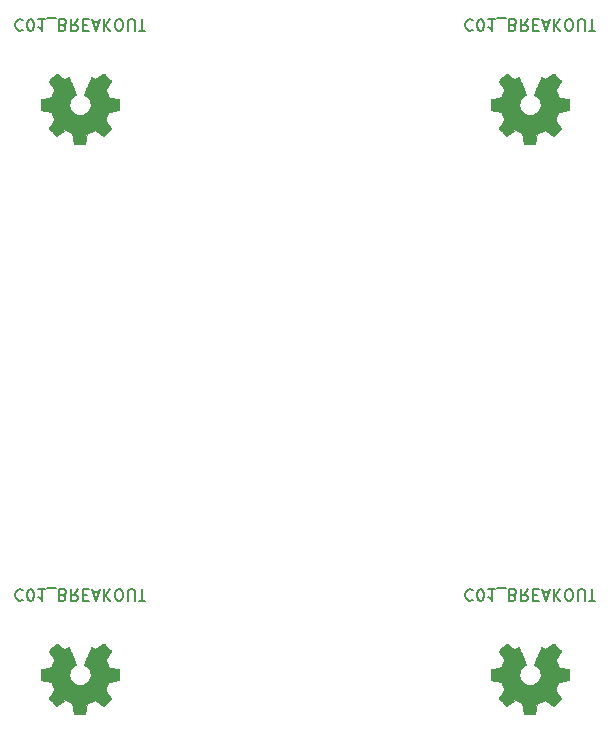
<source format=gbr>
G04 #@! TF.GenerationSoftware,KiCad,Pcbnew,5.1.5-52549c5~86~ubuntu18.04.1*
G04 #@! TF.CreationDate,2020-09-07T14:55:00-05:00*
G04 #@! TF.ProjectId,,58585858-5858-4585-9858-585858585858,rev?*
G04 #@! TF.SameCoordinates,Original*
G04 #@! TF.FileFunction,Legend,Bot*
G04 #@! TF.FilePolarity,Positive*
%FSLAX46Y46*%
G04 Gerber Fmt 4.6, Leading zero omitted, Abs format (unit mm)*
G04 Created by KiCad (PCBNEW 5.1.5-52549c5~86~ubuntu18.04.1) date 2020-09-07 14:55:00*
%MOMM*%
%LPD*%
G04 APERTURE LIST*
%ADD10C,0.150000*%
%ADD11C,0.010000*%
G04 APERTURE END LIST*
D10*
X165067266Y-109675657D02*
X165019647Y-109628038D01*
X164876790Y-109580419D01*
X164781552Y-109580419D01*
X164638695Y-109628038D01*
X164543457Y-109723276D01*
X164495838Y-109818514D01*
X164448219Y-110008990D01*
X164448219Y-110151847D01*
X164495838Y-110342323D01*
X164543457Y-110437561D01*
X164638695Y-110532800D01*
X164781552Y-110580419D01*
X164876790Y-110580419D01*
X165019647Y-110532800D01*
X165067266Y-110485180D01*
X165686314Y-110580419D02*
X165781552Y-110580419D01*
X165876790Y-110532800D01*
X165924409Y-110485180D01*
X165972028Y-110389942D01*
X166019647Y-110199466D01*
X166019647Y-109961371D01*
X165972028Y-109770895D01*
X165924409Y-109675657D01*
X165876790Y-109628038D01*
X165781552Y-109580419D01*
X165686314Y-109580419D01*
X165591076Y-109628038D01*
X165543457Y-109675657D01*
X165495838Y-109770895D01*
X165448219Y-109961371D01*
X165448219Y-110199466D01*
X165495838Y-110389942D01*
X165543457Y-110485180D01*
X165591076Y-110532800D01*
X165686314Y-110580419D01*
X166972028Y-109580419D02*
X166400600Y-109580419D01*
X166686314Y-109580419D02*
X166686314Y-110580419D01*
X166591076Y-110437561D01*
X166495838Y-110342323D01*
X166400600Y-110294704D01*
X167162504Y-109485180D02*
X167924409Y-109485180D01*
X168495838Y-110104228D02*
X168638695Y-110056609D01*
X168686314Y-110008990D01*
X168733933Y-109913752D01*
X168733933Y-109770895D01*
X168686314Y-109675657D01*
X168638695Y-109628038D01*
X168543457Y-109580419D01*
X168162504Y-109580419D01*
X168162504Y-110580419D01*
X168495838Y-110580419D01*
X168591076Y-110532800D01*
X168638695Y-110485180D01*
X168686314Y-110389942D01*
X168686314Y-110294704D01*
X168638695Y-110199466D01*
X168591076Y-110151847D01*
X168495838Y-110104228D01*
X168162504Y-110104228D01*
X169733933Y-109580419D02*
X169400600Y-110056609D01*
X169162504Y-109580419D02*
X169162504Y-110580419D01*
X169543457Y-110580419D01*
X169638695Y-110532800D01*
X169686314Y-110485180D01*
X169733933Y-110389942D01*
X169733933Y-110247085D01*
X169686314Y-110151847D01*
X169638695Y-110104228D01*
X169543457Y-110056609D01*
X169162504Y-110056609D01*
X170162504Y-110104228D02*
X170495838Y-110104228D01*
X170638695Y-109580419D02*
X170162504Y-109580419D01*
X170162504Y-110580419D01*
X170638695Y-110580419D01*
X171019647Y-109866133D02*
X171495838Y-109866133D01*
X170924409Y-109580419D02*
X171257742Y-110580419D01*
X171591076Y-109580419D01*
X171924409Y-109580419D02*
X171924409Y-110580419D01*
X172495838Y-109580419D02*
X172067266Y-110151847D01*
X172495838Y-110580419D02*
X171924409Y-110008990D01*
X173114885Y-110580419D02*
X173305361Y-110580419D01*
X173400600Y-110532800D01*
X173495838Y-110437561D01*
X173543457Y-110247085D01*
X173543457Y-109913752D01*
X173495838Y-109723276D01*
X173400600Y-109628038D01*
X173305361Y-109580419D01*
X173114885Y-109580419D01*
X173019647Y-109628038D01*
X172924409Y-109723276D01*
X172876790Y-109913752D01*
X172876790Y-110247085D01*
X172924409Y-110437561D01*
X173019647Y-110532800D01*
X173114885Y-110580419D01*
X173972028Y-110580419D02*
X173972028Y-109770895D01*
X174019647Y-109675657D01*
X174067266Y-109628038D01*
X174162504Y-109580419D01*
X174352980Y-109580419D01*
X174448219Y-109628038D01*
X174495838Y-109675657D01*
X174543457Y-109770895D01*
X174543457Y-110580419D01*
X174876790Y-110580419D02*
X175448219Y-110580419D01*
X175162504Y-109580419D02*
X175162504Y-110580419D01*
X126967266Y-109675657D02*
X126919647Y-109628038D01*
X126776790Y-109580419D01*
X126681552Y-109580419D01*
X126538695Y-109628038D01*
X126443457Y-109723276D01*
X126395838Y-109818514D01*
X126348219Y-110008990D01*
X126348219Y-110151847D01*
X126395838Y-110342323D01*
X126443457Y-110437561D01*
X126538695Y-110532800D01*
X126681552Y-110580419D01*
X126776790Y-110580419D01*
X126919647Y-110532800D01*
X126967266Y-110485180D01*
X127586314Y-110580419D02*
X127681552Y-110580419D01*
X127776790Y-110532800D01*
X127824409Y-110485180D01*
X127872028Y-110389942D01*
X127919647Y-110199466D01*
X127919647Y-109961371D01*
X127872028Y-109770895D01*
X127824409Y-109675657D01*
X127776790Y-109628038D01*
X127681552Y-109580419D01*
X127586314Y-109580419D01*
X127491076Y-109628038D01*
X127443457Y-109675657D01*
X127395838Y-109770895D01*
X127348219Y-109961371D01*
X127348219Y-110199466D01*
X127395838Y-110389942D01*
X127443457Y-110485180D01*
X127491076Y-110532800D01*
X127586314Y-110580419D01*
X128872028Y-109580419D02*
X128300600Y-109580419D01*
X128586314Y-109580419D02*
X128586314Y-110580419D01*
X128491076Y-110437561D01*
X128395838Y-110342323D01*
X128300600Y-110294704D01*
X129062504Y-109485180D02*
X129824409Y-109485180D01*
X130395838Y-110104228D02*
X130538695Y-110056609D01*
X130586314Y-110008990D01*
X130633933Y-109913752D01*
X130633933Y-109770895D01*
X130586314Y-109675657D01*
X130538695Y-109628038D01*
X130443457Y-109580419D01*
X130062504Y-109580419D01*
X130062504Y-110580419D01*
X130395838Y-110580419D01*
X130491076Y-110532800D01*
X130538695Y-110485180D01*
X130586314Y-110389942D01*
X130586314Y-110294704D01*
X130538695Y-110199466D01*
X130491076Y-110151847D01*
X130395838Y-110104228D01*
X130062504Y-110104228D01*
X131633933Y-109580419D02*
X131300600Y-110056609D01*
X131062504Y-109580419D02*
X131062504Y-110580419D01*
X131443457Y-110580419D01*
X131538695Y-110532800D01*
X131586314Y-110485180D01*
X131633933Y-110389942D01*
X131633933Y-110247085D01*
X131586314Y-110151847D01*
X131538695Y-110104228D01*
X131443457Y-110056609D01*
X131062504Y-110056609D01*
X132062504Y-110104228D02*
X132395838Y-110104228D01*
X132538695Y-109580419D02*
X132062504Y-109580419D01*
X132062504Y-110580419D01*
X132538695Y-110580419D01*
X132919647Y-109866133D02*
X133395838Y-109866133D01*
X132824409Y-109580419D02*
X133157742Y-110580419D01*
X133491076Y-109580419D01*
X133824409Y-109580419D02*
X133824409Y-110580419D01*
X134395838Y-109580419D02*
X133967266Y-110151847D01*
X134395838Y-110580419D02*
X133824409Y-110008990D01*
X135014885Y-110580419D02*
X135205361Y-110580419D01*
X135300600Y-110532800D01*
X135395838Y-110437561D01*
X135443457Y-110247085D01*
X135443457Y-109913752D01*
X135395838Y-109723276D01*
X135300600Y-109628038D01*
X135205361Y-109580419D01*
X135014885Y-109580419D01*
X134919647Y-109628038D01*
X134824409Y-109723276D01*
X134776790Y-109913752D01*
X134776790Y-110247085D01*
X134824409Y-110437561D01*
X134919647Y-110532800D01*
X135014885Y-110580419D01*
X135872028Y-110580419D02*
X135872028Y-109770895D01*
X135919647Y-109675657D01*
X135967266Y-109628038D01*
X136062504Y-109580419D01*
X136252980Y-109580419D01*
X136348219Y-109628038D01*
X136395838Y-109675657D01*
X136443457Y-109770895D01*
X136443457Y-110580419D01*
X136776790Y-110580419D02*
X137348219Y-110580419D01*
X137062504Y-109580419D02*
X137062504Y-110580419D01*
X165067266Y-61415657D02*
X165019647Y-61368038D01*
X164876790Y-61320419D01*
X164781552Y-61320419D01*
X164638695Y-61368038D01*
X164543457Y-61463276D01*
X164495838Y-61558514D01*
X164448219Y-61748990D01*
X164448219Y-61891847D01*
X164495838Y-62082323D01*
X164543457Y-62177561D01*
X164638695Y-62272800D01*
X164781552Y-62320419D01*
X164876790Y-62320419D01*
X165019647Y-62272800D01*
X165067266Y-62225180D01*
X165686314Y-62320419D02*
X165781552Y-62320419D01*
X165876790Y-62272800D01*
X165924409Y-62225180D01*
X165972028Y-62129942D01*
X166019647Y-61939466D01*
X166019647Y-61701371D01*
X165972028Y-61510895D01*
X165924409Y-61415657D01*
X165876790Y-61368038D01*
X165781552Y-61320419D01*
X165686314Y-61320419D01*
X165591076Y-61368038D01*
X165543457Y-61415657D01*
X165495838Y-61510895D01*
X165448219Y-61701371D01*
X165448219Y-61939466D01*
X165495838Y-62129942D01*
X165543457Y-62225180D01*
X165591076Y-62272800D01*
X165686314Y-62320419D01*
X166972028Y-61320419D02*
X166400600Y-61320419D01*
X166686314Y-61320419D02*
X166686314Y-62320419D01*
X166591076Y-62177561D01*
X166495838Y-62082323D01*
X166400600Y-62034704D01*
X167162504Y-61225180D02*
X167924409Y-61225180D01*
X168495838Y-61844228D02*
X168638695Y-61796609D01*
X168686314Y-61748990D01*
X168733933Y-61653752D01*
X168733933Y-61510895D01*
X168686314Y-61415657D01*
X168638695Y-61368038D01*
X168543457Y-61320419D01*
X168162504Y-61320419D01*
X168162504Y-62320419D01*
X168495838Y-62320419D01*
X168591076Y-62272800D01*
X168638695Y-62225180D01*
X168686314Y-62129942D01*
X168686314Y-62034704D01*
X168638695Y-61939466D01*
X168591076Y-61891847D01*
X168495838Y-61844228D01*
X168162504Y-61844228D01*
X169733933Y-61320419D02*
X169400600Y-61796609D01*
X169162504Y-61320419D02*
X169162504Y-62320419D01*
X169543457Y-62320419D01*
X169638695Y-62272800D01*
X169686314Y-62225180D01*
X169733933Y-62129942D01*
X169733933Y-61987085D01*
X169686314Y-61891847D01*
X169638695Y-61844228D01*
X169543457Y-61796609D01*
X169162504Y-61796609D01*
X170162504Y-61844228D02*
X170495838Y-61844228D01*
X170638695Y-61320419D02*
X170162504Y-61320419D01*
X170162504Y-62320419D01*
X170638695Y-62320419D01*
X171019647Y-61606133D02*
X171495838Y-61606133D01*
X170924409Y-61320419D02*
X171257742Y-62320419D01*
X171591076Y-61320419D01*
X171924409Y-61320419D02*
X171924409Y-62320419D01*
X172495838Y-61320419D02*
X172067266Y-61891847D01*
X172495838Y-62320419D02*
X171924409Y-61748990D01*
X173114885Y-62320419D02*
X173305361Y-62320419D01*
X173400600Y-62272800D01*
X173495838Y-62177561D01*
X173543457Y-61987085D01*
X173543457Y-61653752D01*
X173495838Y-61463276D01*
X173400600Y-61368038D01*
X173305361Y-61320419D01*
X173114885Y-61320419D01*
X173019647Y-61368038D01*
X172924409Y-61463276D01*
X172876790Y-61653752D01*
X172876790Y-61987085D01*
X172924409Y-62177561D01*
X173019647Y-62272800D01*
X173114885Y-62320419D01*
X173972028Y-62320419D02*
X173972028Y-61510895D01*
X174019647Y-61415657D01*
X174067266Y-61368038D01*
X174162504Y-61320419D01*
X174352980Y-61320419D01*
X174448219Y-61368038D01*
X174495838Y-61415657D01*
X174543457Y-61510895D01*
X174543457Y-62320419D01*
X174876790Y-62320419D02*
X175448219Y-62320419D01*
X175162504Y-61320419D02*
X175162504Y-62320419D01*
X126967266Y-61415657D02*
X126919647Y-61368038D01*
X126776790Y-61320419D01*
X126681552Y-61320419D01*
X126538695Y-61368038D01*
X126443457Y-61463276D01*
X126395838Y-61558514D01*
X126348219Y-61748990D01*
X126348219Y-61891847D01*
X126395838Y-62082323D01*
X126443457Y-62177561D01*
X126538695Y-62272800D01*
X126681552Y-62320419D01*
X126776790Y-62320419D01*
X126919647Y-62272800D01*
X126967266Y-62225180D01*
X127586314Y-62320419D02*
X127681552Y-62320419D01*
X127776790Y-62272800D01*
X127824409Y-62225180D01*
X127872028Y-62129942D01*
X127919647Y-61939466D01*
X127919647Y-61701371D01*
X127872028Y-61510895D01*
X127824409Y-61415657D01*
X127776790Y-61368038D01*
X127681552Y-61320419D01*
X127586314Y-61320419D01*
X127491076Y-61368038D01*
X127443457Y-61415657D01*
X127395838Y-61510895D01*
X127348219Y-61701371D01*
X127348219Y-61939466D01*
X127395838Y-62129942D01*
X127443457Y-62225180D01*
X127491076Y-62272800D01*
X127586314Y-62320419D01*
X128872028Y-61320419D02*
X128300600Y-61320419D01*
X128586314Y-61320419D02*
X128586314Y-62320419D01*
X128491076Y-62177561D01*
X128395838Y-62082323D01*
X128300600Y-62034704D01*
X129062504Y-61225180D02*
X129824409Y-61225180D01*
X130395838Y-61844228D02*
X130538695Y-61796609D01*
X130586314Y-61748990D01*
X130633933Y-61653752D01*
X130633933Y-61510895D01*
X130586314Y-61415657D01*
X130538695Y-61368038D01*
X130443457Y-61320419D01*
X130062504Y-61320419D01*
X130062504Y-62320419D01*
X130395838Y-62320419D01*
X130491076Y-62272800D01*
X130538695Y-62225180D01*
X130586314Y-62129942D01*
X130586314Y-62034704D01*
X130538695Y-61939466D01*
X130491076Y-61891847D01*
X130395838Y-61844228D01*
X130062504Y-61844228D01*
X131633933Y-61320419D02*
X131300600Y-61796609D01*
X131062504Y-61320419D02*
X131062504Y-62320419D01*
X131443457Y-62320419D01*
X131538695Y-62272800D01*
X131586314Y-62225180D01*
X131633933Y-62129942D01*
X131633933Y-61987085D01*
X131586314Y-61891847D01*
X131538695Y-61844228D01*
X131443457Y-61796609D01*
X131062504Y-61796609D01*
X132062504Y-61844228D02*
X132395838Y-61844228D01*
X132538695Y-61320419D02*
X132062504Y-61320419D01*
X132062504Y-62320419D01*
X132538695Y-62320419D01*
X132919647Y-61606133D02*
X133395838Y-61606133D01*
X132824409Y-61320419D02*
X133157742Y-62320419D01*
X133491076Y-61320419D01*
X133824409Y-61320419D02*
X133824409Y-62320419D01*
X134395838Y-61320419D02*
X133967266Y-61891847D01*
X134395838Y-62320419D02*
X133824409Y-61748990D01*
X135014885Y-62320419D02*
X135205361Y-62320419D01*
X135300600Y-62272800D01*
X135395838Y-62177561D01*
X135443457Y-61987085D01*
X135443457Y-61653752D01*
X135395838Y-61463276D01*
X135300600Y-61368038D01*
X135205361Y-61320419D01*
X135014885Y-61320419D01*
X134919647Y-61368038D01*
X134824409Y-61463276D01*
X134776790Y-61653752D01*
X134776790Y-61987085D01*
X134824409Y-62177561D01*
X134919647Y-62272800D01*
X135014885Y-62320419D01*
X135872028Y-62320419D02*
X135872028Y-61510895D01*
X135919647Y-61415657D01*
X135967266Y-61368038D01*
X136062504Y-61320419D01*
X136252980Y-61320419D01*
X136348219Y-61368038D01*
X136395838Y-61415657D01*
X136443457Y-61510895D01*
X136443457Y-62320419D01*
X136776790Y-62320419D02*
X137348219Y-62320419D01*
X137062504Y-61320419D02*
X137062504Y-62320419D01*
D11*
G36*
X170456414Y-119675869D02*
G01*
X170540235Y-119231245D01*
X170849520Y-119103747D01*
X171158806Y-118976249D01*
X171529846Y-119228554D01*
X171633757Y-119298804D01*
X171727687Y-119361528D01*
X171807252Y-119413862D01*
X171868070Y-119452943D01*
X171905757Y-119475907D01*
X171916021Y-119480858D01*
X171934510Y-119468124D01*
X171974020Y-119432918D01*
X172030122Y-119379738D01*
X172098387Y-119313082D01*
X172174386Y-119237446D01*
X172253692Y-119157328D01*
X172331875Y-119077226D01*
X172404507Y-119001636D01*
X172467159Y-118935055D01*
X172515403Y-118881982D01*
X172544810Y-118846913D01*
X172551841Y-118835177D01*
X172541723Y-118813540D01*
X172513359Y-118766138D01*
X172469729Y-118697607D01*
X172413818Y-118612585D01*
X172348606Y-118515707D01*
X172310819Y-118460450D01*
X172241943Y-118359552D01*
X172180740Y-118268501D01*
X172130178Y-118191830D01*
X172093228Y-118134072D01*
X172072858Y-118099757D01*
X172069797Y-118092546D01*
X172076736Y-118072052D01*
X172095651Y-118024287D01*
X172123687Y-117955968D01*
X172157991Y-117873811D01*
X172195709Y-117784530D01*
X172233987Y-117694842D01*
X172269970Y-117611462D01*
X172300806Y-117541106D01*
X172323639Y-117490490D01*
X172335617Y-117466329D01*
X172336324Y-117465378D01*
X172355131Y-117460764D01*
X172405218Y-117450472D01*
X172481393Y-117435513D01*
X172578465Y-117416899D01*
X172691243Y-117395641D01*
X172757042Y-117383382D01*
X172877550Y-117360438D01*
X172986397Y-117338605D01*
X173078076Y-117319078D01*
X173147081Y-117303052D01*
X173187904Y-117291721D01*
X173196111Y-117288126D01*
X173204148Y-117263794D01*
X173210633Y-117208841D01*
X173215570Y-117129692D01*
X173218964Y-117032774D01*
X173220818Y-116924513D01*
X173221138Y-116811335D01*
X173219927Y-116699665D01*
X173217190Y-116595932D01*
X173212931Y-116506559D01*
X173207155Y-116437974D01*
X173199867Y-116396603D01*
X173195495Y-116387990D01*
X173169364Y-116377667D01*
X173113993Y-116362908D01*
X173036707Y-116345448D01*
X172944830Y-116327020D01*
X172912758Y-116321059D01*
X172758124Y-116292734D01*
X172635975Y-116269924D01*
X172542273Y-116251720D01*
X172472984Y-116237217D01*
X172424071Y-116225508D01*
X172391497Y-116215685D01*
X172371228Y-116206844D01*
X172359226Y-116198076D01*
X172357547Y-116196343D01*
X172340784Y-116168429D01*
X172315214Y-116114105D01*
X172283388Y-116040023D01*
X172247860Y-115952835D01*
X172211183Y-115859192D01*
X172175911Y-115765748D01*
X172144596Y-115679153D01*
X172119793Y-115606060D01*
X172104054Y-115553122D01*
X172099932Y-115526989D01*
X172100276Y-115526074D01*
X172114241Y-115504714D01*
X172145922Y-115457716D01*
X172191991Y-115389973D01*
X172249118Y-115306377D01*
X172313973Y-115211818D01*
X172332443Y-115184946D01*
X172398299Y-115087525D01*
X172456250Y-114998637D01*
X172503138Y-114923388D01*
X172535807Y-114866880D01*
X172551100Y-114834219D01*
X172551841Y-114830207D01*
X172538992Y-114809116D01*
X172503488Y-114767336D01*
X172449893Y-114709355D01*
X172382771Y-114639665D01*
X172306687Y-114562755D01*
X172226204Y-114483117D01*
X172145887Y-114405239D01*
X172070299Y-114333614D01*
X172004005Y-114272730D01*
X171951569Y-114227079D01*
X171917555Y-114201150D01*
X171908145Y-114196917D01*
X171886243Y-114206888D01*
X171841400Y-114233780D01*
X171780921Y-114273064D01*
X171734389Y-114304683D01*
X171650075Y-114362702D01*
X171550226Y-114431016D01*
X171450073Y-114499221D01*
X171396227Y-114535725D01*
X171213971Y-114659000D01*
X171060981Y-114576280D01*
X170991282Y-114540041D01*
X170932014Y-114511874D01*
X170891911Y-114495809D01*
X170881703Y-114493574D01*
X170869429Y-114510078D01*
X170845213Y-114556718D01*
X170810863Y-114629191D01*
X170768188Y-114723194D01*
X170718994Y-114834426D01*
X170665090Y-114958585D01*
X170608284Y-115091368D01*
X170550382Y-115228473D01*
X170493193Y-115365598D01*
X170438524Y-115498442D01*
X170388184Y-115622702D01*
X170343980Y-115734075D01*
X170307719Y-115828261D01*
X170281209Y-115900956D01*
X170266258Y-115947859D01*
X170263854Y-115963967D01*
X170282911Y-115984514D01*
X170324636Y-116017867D01*
X170380306Y-116057098D01*
X170384978Y-116060201D01*
X170528864Y-116175377D01*
X170644883Y-116309747D01*
X170732030Y-116459016D01*
X170789299Y-116618887D01*
X170815686Y-116785063D01*
X170810185Y-116953248D01*
X170771790Y-117119145D01*
X170699495Y-117278458D01*
X170678226Y-117313313D01*
X170567596Y-117454063D01*
X170436902Y-117567086D01*
X170290664Y-117651797D01*
X170133408Y-117707606D01*
X169969657Y-117733926D01*
X169803933Y-117730170D01*
X169640762Y-117695750D01*
X169484665Y-117630077D01*
X169340167Y-117532565D01*
X169295469Y-117492987D01*
X169181712Y-117369097D01*
X169098818Y-117238676D01*
X169041956Y-117092485D01*
X169010287Y-116947712D01*
X169002469Y-116784940D01*
X169028538Y-116621360D01*
X169085845Y-116462502D01*
X169171744Y-116313894D01*
X169283586Y-116181065D01*
X169418723Y-116069544D01*
X169436483Y-116057789D01*
X169492750Y-116019292D01*
X169535523Y-115985937D01*
X169555972Y-115964640D01*
X169556269Y-115963967D01*
X169551879Y-115940929D01*
X169534476Y-115888643D01*
X169505868Y-115811410D01*
X169467865Y-115713532D01*
X169422274Y-115599309D01*
X169370903Y-115473042D01*
X169315562Y-115339033D01*
X169258058Y-115201582D01*
X169200201Y-115064992D01*
X169143798Y-114933563D01*
X169090658Y-114811595D01*
X169042590Y-114703391D01*
X169001401Y-114613251D01*
X168968901Y-114545477D01*
X168946897Y-114504370D01*
X168938036Y-114493574D01*
X168910960Y-114501981D01*
X168860297Y-114524528D01*
X168794783Y-114557187D01*
X168758759Y-114576280D01*
X168605768Y-114659000D01*
X168423512Y-114535725D01*
X168330475Y-114472572D01*
X168228615Y-114403073D01*
X168133162Y-114337635D01*
X168085350Y-114304683D01*
X168018105Y-114259527D01*
X167961164Y-114223743D01*
X167921954Y-114201862D01*
X167909219Y-114197237D01*
X167890683Y-114209715D01*
X167849659Y-114244548D01*
X167790125Y-114298122D01*
X167716058Y-114366817D01*
X167631435Y-114447019D01*
X167577915Y-114498514D01*
X167484281Y-114590514D01*
X167403359Y-114672801D01*
X167338423Y-114741855D01*
X167292742Y-114794156D01*
X167269589Y-114826184D01*
X167267368Y-114832684D01*
X167277676Y-114857406D01*
X167306161Y-114907395D01*
X167349663Y-114977588D01*
X167405023Y-115062925D01*
X167469080Y-115158344D01*
X167487297Y-115184946D01*
X167553673Y-115281633D01*
X167613222Y-115368683D01*
X167662616Y-115441205D01*
X167698525Y-115494307D01*
X167717619Y-115523097D01*
X167719464Y-115526074D01*
X167716705Y-115549018D01*
X167702062Y-115599464D01*
X167678087Y-115670759D01*
X167647334Y-115756253D01*
X167612356Y-115849293D01*
X167575707Y-115943226D01*
X167539939Y-116031401D01*
X167507606Y-116107166D01*
X167481262Y-116163869D01*
X167463458Y-116194857D01*
X167462193Y-116196343D01*
X167451306Y-116205199D01*
X167432918Y-116213957D01*
X167402994Y-116223523D01*
X167357497Y-116234804D01*
X167292391Y-116248707D01*
X167203639Y-116266137D01*
X167087207Y-116288002D01*
X166939058Y-116315209D01*
X166906982Y-116321059D01*
X166811914Y-116339426D01*
X166729035Y-116357395D01*
X166665670Y-116373231D01*
X166629142Y-116385200D01*
X166624244Y-116387990D01*
X166616173Y-116412728D01*
X166609613Y-116468010D01*
X166604567Y-116547411D01*
X166601041Y-116644504D01*
X166599039Y-116752862D01*
X166598564Y-116866060D01*
X166599623Y-116977672D01*
X166602218Y-117081271D01*
X166606354Y-117170432D01*
X166612037Y-117238728D01*
X166619269Y-117279734D01*
X166623629Y-117288126D01*
X166647902Y-117296592D01*
X166703174Y-117310365D01*
X166783938Y-117328250D01*
X166884688Y-117349052D01*
X166999917Y-117371577D01*
X167062698Y-117383382D01*
X167181813Y-117405649D01*
X167288035Y-117425821D01*
X167376173Y-117442885D01*
X167441034Y-117455831D01*
X167477426Y-117463645D01*
X167483416Y-117465378D01*
X167493539Y-117484910D01*
X167514938Y-117531957D01*
X167544761Y-117599797D01*
X167580155Y-117681709D01*
X167618268Y-117770972D01*
X167656247Y-117860865D01*
X167691240Y-117944665D01*
X167720394Y-118015653D01*
X167740857Y-118067106D01*
X167749777Y-118092303D01*
X167749943Y-118093404D01*
X167739831Y-118113281D01*
X167711483Y-118159023D01*
X167667877Y-118226083D01*
X167611994Y-118309916D01*
X167546813Y-118405974D01*
X167508921Y-118461150D01*
X167439875Y-118562319D01*
X167378550Y-118654170D01*
X167327937Y-118732056D01*
X167291029Y-118791331D01*
X167270818Y-118827349D01*
X167267899Y-118835423D01*
X167280447Y-118854216D01*
X167315137Y-118894343D01*
X167367537Y-118951307D01*
X167433216Y-119020615D01*
X167507744Y-119097769D01*
X167586687Y-119178275D01*
X167665617Y-119257637D01*
X167740100Y-119331360D01*
X167805706Y-119394948D01*
X167858004Y-119443906D01*
X167892561Y-119473739D01*
X167904122Y-119480858D01*
X167922946Y-119470847D01*
X167967969Y-119442722D01*
X168034813Y-119399346D01*
X168119101Y-119343582D01*
X168216456Y-119278294D01*
X168289893Y-119228554D01*
X168660933Y-118976249D01*
X169279505Y-119231245D01*
X169363325Y-119675869D01*
X169447146Y-120120493D01*
X170372594Y-120120493D01*
X170456414Y-119675869D01*
G37*
X170456414Y-119675869D02*
X170540235Y-119231245D01*
X170849520Y-119103747D01*
X171158806Y-118976249D01*
X171529846Y-119228554D01*
X171633757Y-119298804D01*
X171727687Y-119361528D01*
X171807252Y-119413862D01*
X171868070Y-119452943D01*
X171905757Y-119475907D01*
X171916021Y-119480858D01*
X171934510Y-119468124D01*
X171974020Y-119432918D01*
X172030122Y-119379738D01*
X172098387Y-119313082D01*
X172174386Y-119237446D01*
X172253692Y-119157328D01*
X172331875Y-119077226D01*
X172404507Y-119001636D01*
X172467159Y-118935055D01*
X172515403Y-118881982D01*
X172544810Y-118846913D01*
X172551841Y-118835177D01*
X172541723Y-118813540D01*
X172513359Y-118766138D01*
X172469729Y-118697607D01*
X172413818Y-118612585D01*
X172348606Y-118515707D01*
X172310819Y-118460450D01*
X172241943Y-118359552D01*
X172180740Y-118268501D01*
X172130178Y-118191830D01*
X172093228Y-118134072D01*
X172072858Y-118099757D01*
X172069797Y-118092546D01*
X172076736Y-118072052D01*
X172095651Y-118024287D01*
X172123687Y-117955968D01*
X172157991Y-117873811D01*
X172195709Y-117784530D01*
X172233987Y-117694842D01*
X172269970Y-117611462D01*
X172300806Y-117541106D01*
X172323639Y-117490490D01*
X172335617Y-117466329D01*
X172336324Y-117465378D01*
X172355131Y-117460764D01*
X172405218Y-117450472D01*
X172481393Y-117435513D01*
X172578465Y-117416899D01*
X172691243Y-117395641D01*
X172757042Y-117383382D01*
X172877550Y-117360438D01*
X172986397Y-117338605D01*
X173078076Y-117319078D01*
X173147081Y-117303052D01*
X173187904Y-117291721D01*
X173196111Y-117288126D01*
X173204148Y-117263794D01*
X173210633Y-117208841D01*
X173215570Y-117129692D01*
X173218964Y-117032774D01*
X173220818Y-116924513D01*
X173221138Y-116811335D01*
X173219927Y-116699665D01*
X173217190Y-116595932D01*
X173212931Y-116506559D01*
X173207155Y-116437974D01*
X173199867Y-116396603D01*
X173195495Y-116387990D01*
X173169364Y-116377667D01*
X173113993Y-116362908D01*
X173036707Y-116345448D01*
X172944830Y-116327020D01*
X172912758Y-116321059D01*
X172758124Y-116292734D01*
X172635975Y-116269924D01*
X172542273Y-116251720D01*
X172472984Y-116237217D01*
X172424071Y-116225508D01*
X172391497Y-116215685D01*
X172371228Y-116206844D01*
X172359226Y-116198076D01*
X172357547Y-116196343D01*
X172340784Y-116168429D01*
X172315214Y-116114105D01*
X172283388Y-116040023D01*
X172247860Y-115952835D01*
X172211183Y-115859192D01*
X172175911Y-115765748D01*
X172144596Y-115679153D01*
X172119793Y-115606060D01*
X172104054Y-115553122D01*
X172099932Y-115526989D01*
X172100276Y-115526074D01*
X172114241Y-115504714D01*
X172145922Y-115457716D01*
X172191991Y-115389973D01*
X172249118Y-115306377D01*
X172313973Y-115211818D01*
X172332443Y-115184946D01*
X172398299Y-115087525D01*
X172456250Y-114998637D01*
X172503138Y-114923388D01*
X172535807Y-114866880D01*
X172551100Y-114834219D01*
X172551841Y-114830207D01*
X172538992Y-114809116D01*
X172503488Y-114767336D01*
X172449893Y-114709355D01*
X172382771Y-114639665D01*
X172306687Y-114562755D01*
X172226204Y-114483117D01*
X172145887Y-114405239D01*
X172070299Y-114333614D01*
X172004005Y-114272730D01*
X171951569Y-114227079D01*
X171917555Y-114201150D01*
X171908145Y-114196917D01*
X171886243Y-114206888D01*
X171841400Y-114233780D01*
X171780921Y-114273064D01*
X171734389Y-114304683D01*
X171650075Y-114362702D01*
X171550226Y-114431016D01*
X171450073Y-114499221D01*
X171396227Y-114535725D01*
X171213971Y-114659000D01*
X171060981Y-114576280D01*
X170991282Y-114540041D01*
X170932014Y-114511874D01*
X170891911Y-114495809D01*
X170881703Y-114493574D01*
X170869429Y-114510078D01*
X170845213Y-114556718D01*
X170810863Y-114629191D01*
X170768188Y-114723194D01*
X170718994Y-114834426D01*
X170665090Y-114958585D01*
X170608284Y-115091368D01*
X170550382Y-115228473D01*
X170493193Y-115365598D01*
X170438524Y-115498442D01*
X170388184Y-115622702D01*
X170343980Y-115734075D01*
X170307719Y-115828261D01*
X170281209Y-115900956D01*
X170266258Y-115947859D01*
X170263854Y-115963967D01*
X170282911Y-115984514D01*
X170324636Y-116017867D01*
X170380306Y-116057098D01*
X170384978Y-116060201D01*
X170528864Y-116175377D01*
X170644883Y-116309747D01*
X170732030Y-116459016D01*
X170789299Y-116618887D01*
X170815686Y-116785063D01*
X170810185Y-116953248D01*
X170771790Y-117119145D01*
X170699495Y-117278458D01*
X170678226Y-117313313D01*
X170567596Y-117454063D01*
X170436902Y-117567086D01*
X170290664Y-117651797D01*
X170133408Y-117707606D01*
X169969657Y-117733926D01*
X169803933Y-117730170D01*
X169640762Y-117695750D01*
X169484665Y-117630077D01*
X169340167Y-117532565D01*
X169295469Y-117492987D01*
X169181712Y-117369097D01*
X169098818Y-117238676D01*
X169041956Y-117092485D01*
X169010287Y-116947712D01*
X169002469Y-116784940D01*
X169028538Y-116621360D01*
X169085845Y-116462502D01*
X169171744Y-116313894D01*
X169283586Y-116181065D01*
X169418723Y-116069544D01*
X169436483Y-116057789D01*
X169492750Y-116019292D01*
X169535523Y-115985937D01*
X169555972Y-115964640D01*
X169556269Y-115963967D01*
X169551879Y-115940929D01*
X169534476Y-115888643D01*
X169505868Y-115811410D01*
X169467865Y-115713532D01*
X169422274Y-115599309D01*
X169370903Y-115473042D01*
X169315562Y-115339033D01*
X169258058Y-115201582D01*
X169200201Y-115064992D01*
X169143798Y-114933563D01*
X169090658Y-114811595D01*
X169042590Y-114703391D01*
X169001401Y-114613251D01*
X168968901Y-114545477D01*
X168946897Y-114504370D01*
X168938036Y-114493574D01*
X168910960Y-114501981D01*
X168860297Y-114524528D01*
X168794783Y-114557187D01*
X168758759Y-114576280D01*
X168605768Y-114659000D01*
X168423512Y-114535725D01*
X168330475Y-114472572D01*
X168228615Y-114403073D01*
X168133162Y-114337635D01*
X168085350Y-114304683D01*
X168018105Y-114259527D01*
X167961164Y-114223743D01*
X167921954Y-114201862D01*
X167909219Y-114197237D01*
X167890683Y-114209715D01*
X167849659Y-114244548D01*
X167790125Y-114298122D01*
X167716058Y-114366817D01*
X167631435Y-114447019D01*
X167577915Y-114498514D01*
X167484281Y-114590514D01*
X167403359Y-114672801D01*
X167338423Y-114741855D01*
X167292742Y-114794156D01*
X167269589Y-114826184D01*
X167267368Y-114832684D01*
X167277676Y-114857406D01*
X167306161Y-114907395D01*
X167349663Y-114977588D01*
X167405023Y-115062925D01*
X167469080Y-115158344D01*
X167487297Y-115184946D01*
X167553673Y-115281633D01*
X167613222Y-115368683D01*
X167662616Y-115441205D01*
X167698525Y-115494307D01*
X167717619Y-115523097D01*
X167719464Y-115526074D01*
X167716705Y-115549018D01*
X167702062Y-115599464D01*
X167678087Y-115670759D01*
X167647334Y-115756253D01*
X167612356Y-115849293D01*
X167575707Y-115943226D01*
X167539939Y-116031401D01*
X167507606Y-116107166D01*
X167481262Y-116163869D01*
X167463458Y-116194857D01*
X167462193Y-116196343D01*
X167451306Y-116205199D01*
X167432918Y-116213957D01*
X167402994Y-116223523D01*
X167357497Y-116234804D01*
X167292391Y-116248707D01*
X167203639Y-116266137D01*
X167087207Y-116288002D01*
X166939058Y-116315209D01*
X166906982Y-116321059D01*
X166811914Y-116339426D01*
X166729035Y-116357395D01*
X166665670Y-116373231D01*
X166629142Y-116385200D01*
X166624244Y-116387990D01*
X166616173Y-116412728D01*
X166609613Y-116468010D01*
X166604567Y-116547411D01*
X166601041Y-116644504D01*
X166599039Y-116752862D01*
X166598564Y-116866060D01*
X166599623Y-116977672D01*
X166602218Y-117081271D01*
X166606354Y-117170432D01*
X166612037Y-117238728D01*
X166619269Y-117279734D01*
X166623629Y-117288126D01*
X166647902Y-117296592D01*
X166703174Y-117310365D01*
X166783938Y-117328250D01*
X166884688Y-117349052D01*
X166999917Y-117371577D01*
X167062698Y-117383382D01*
X167181813Y-117405649D01*
X167288035Y-117425821D01*
X167376173Y-117442885D01*
X167441034Y-117455831D01*
X167477426Y-117463645D01*
X167483416Y-117465378D01*
X167493539Y-117484910D01*
X167514938Y-117531957D01*
X167544761Y-117599797D01*
X167580155Y-117681709D01*
X167618268Y-117770972D01*
X167656247Y-117860865D01*
X167691240Y-117944665D01*
X167720394Y-118015653D01*
X167740857Y-118067106D01*
X167749777Y-118092303D01*
X167749943Y-118093404D01*
X167739831Y-118113281D01*
X167711483Y-118159023D01*
X167667877Y-118226083D01*
X167611994Y-118309916D01*
X167546813Y-118405974D01*
X167508921Y-118461150D01*
X167439875Y-118562319D01*
X167378550Y-118654170D01*
X167327937Y-118732056D01*
X167291029Y-118791331D01*
X167270818Y-118827349D01*
X167267899Y-118835423D01*
X167280447Y-118854216D01*
X167315137Y-118894343D01*
X167367537Y-118951307D01*
X167433216Y-119020615D01*
X167507744Y-119097769D01*
X167586687Y-119178275D01*
X167665617Y-119257637D01*
X167740100Y-119331360D01*
X167805706Y-119394948D01*
X167858004Y-119443906D01*
X167892561Y-119473739D01*
X167904122Y-119480858D01*
X167922946Y-119470847D01*
X167967969Y-119442722D01*
X168034813Y-119399346D01*
X168119101Y-119343582D01*
X168216456Y-119278294D01*
X168289893Y-119228554D01*
X168660933Y-118976249D01*
X169279505Y-119231245D01*
X169363325Y-119675869D01*
X169447146Y-120120493D01*
X170372594Y-120120493D01*
X170456414Y-119675869D01*
G36*
X132356414Y-119675869D02*
G01*
X132440235Y-119231245D01*
X132749520Y-119103747D01*
X133058806Y-118976249D01*
X133429846Y-119228554D01*
X133533757Y-119298804D01*
X133627687Y-119361528D01*
X133707252Y-119413862D01*
X133768070Y-119452943D01*
X133805757Y-119475907D01*
X133816021Y-119480858D01*
X133834510Y-119468124D01*
X133874020Y-119432918D01*
X133930122Y-119379738D01*
X133998387Y-119313082D01*
X134074386Y-119237446D01*
X134153692Y-119157328D01*
X134231875Y-119077226D01*
X134304507Y-119001636D01*
X134367159Y-118935055D01*
X134415403Y-118881982D01*
X134444810Y-118846913D01*
X134451841Y-118835177D01*
X134441723Y-118813540D01*
X134413359Y-118766138D01*
X134369729Y-118697607D01*
X134313818Y-118612585D01*
X134248606Y-118515707D01*
X134210819Y-118460450D01*
X134141943Y-118359552D01*
X134080740Y-118268501D01*
X134030178Y-118191830D01*
X133993228Y-118134072D01*
X133972858Y-118099757D01*
X133969797Y-118092546D01*
X133976736Y-118072052D01*
X133995651Y-118024287D01*
X134023687Y-117955968D01*
X134057991Y-117873811D01*
X134095709Y-117784530D01*
X134133987Y-117694842D01*
X134169970Y-117611462D01*
X134200806Y-117541106D01*
X134223639Y-117490490D01*
X134235617Y-117466329D01*
X134236324Y-117465378D01*
X134255131Y-117460764D01*
X134305218Y-117450472D01*
X134381393Y-117435513D01*
X134478465Y-117416899D01*
X134591243Y-117395641D01*
X134657042Y-117383382D01*
X134777550Y-117360438D01*
X134886397Y-117338605D01*
X134978076Y-117319078D01*
X135047081Y-117303052D01*
X135087904Y-117291721D01*
X135096111Y-117288126D01*
X135104148Y-117263794D01*
X135110633Y-117208841D01*
X135115570Y-117129692D01*
X135118964Y-117032774D01*
X135120818Y-116924513D01*
X135121138Y-116811335D01*
X135119927Y-116699665D01*
X135117190Y-116595932D01*
X135112931Y-116506559D01*
X135107155Y-116437974D01*
X135099867Y-116396603D01*
X135095495Y-116387990D01*
X135069364Y-116377667D01*
X135013993Y-116362908D01*
X134936707Y-116345448D01*
X134844830Y-116327020D01*
X134812758Y-116321059D01*
X134658124Y-116292734D01*
X134535975Y-116269924D01*
X134442273Y-116251720D01*
X134372984Y-116237217D01*
X134324071Y-116225508D01*
X134291497Y-116215685D01*
X134271228Y-116206844D01*
X134259226Y-116198076D01*
X134257547Y-116196343D01*
X134240784Y-116168429D01*
X134215214Y-116114105D01*
X134183388Y-116040023D01*
X134147860Y-115952835D01*
X134111183Y-115859192D01*
X134075911Y-115765748D01*
X134044596Y-115679153D01*
X134019793Y-115606060D01*
X134004054Y-115553122D01*
X133999932Y-115526989D01*
X134000276Y-115526074D01*
X134014241Y-115504714D01*
X134045922Y-115457716D01*
X134091991Y-115389973D01*
X134149118Y-115306377D01*
X134213973Y-115211818D01*
X134232443Y-115184946D01*
X134298299Y-115087525D01*
X134356250Y-114998637D01*
X134403138Y-114923388D01*
X134435807Y-114866880D01*
X134451100Y-114834219D01*
X134451841Y-114830207D01*
X134438992Y-114809116D01*
X134403488Y-114767336D01*
X134349893Y-114709355D01*
X134282771Y-114639665D01*
X134206687Y-114562755D01*
X134126204Y-114483117D01*
X134045887Y-114405239D01*
X133970299Y-114333614D01*
X133904005Y-114272730D01*
X133851569Y-114227079D01*
X133817555Y-114201150D01*
X133808145Y-114196917D01*
X133786243Y-114206888D01*
X133741400Y-114233780D01*
X133680921Y-114273064D01*
X133634389Y-114304683D01*
X133550075Y-114362702D01*
X133450226Y-114431016D01*
X133350073Y-114499221D01*
X133296227Y-114535725D01*
X133113971Y-114659000D01*
X132960981Y-114576280D01*
X132891282Y-114540041D01*
X132832014Y-114511874D01*
X132791911Y-114495809D01*
X132781703Y-114493574D01*
X132769429Y-114510078D01*
X132745213Y-114556718D01*
X132710863Y-114629191D01*
X132668188Y-114723194D01*
X132618994Y-114834426D01*
X132565090Y-114958585D01*
X132508284Y-115091368D01*
X132450382Y-115228473D01*
X132393193Y-115365598D01*
X132338524Y-115498442D01*
X132288184Y-115622702D01*
X132243980Y-115734075D01*
X132207719Y-115828261D01*
X132181209Y-115900956D01*
X132166258Y-115947859D01*
X132163854Y-115963967D01*
X132182911Y-115984514D01*
X132224636Y-116017867D01*
X132280306Y-116057098D01*
X132284978Y-116060201D01*
X132428864Y-116175377D01*
X132544883Y-116309747D01*
X132632030Y-116459016D01*
X132689299Y-116618887D01*
X132715686Y-116785063D01*
X132710185Y-116953248D01*
X132671790Y-117119145D01*
X132599495Y-117278458D01*
X132578226Y-117313313D01*
X132467596Y-117454063D01*
X132336902Y-117567086D01*
X132190664Y-117651797D01*
X132033408Y-117707606D01*
X131869657Y-117733926D01*
X131703933Y-117730170D01*
X131540762Y-117695750D01*
X131384665Y-117630077D01*
X131240167Y-117532565D01*
X131195469Y-117492987D01*
X131081712Y-117369097D01*
X130998818Y-117238676D01*
X130941956Y-117092485D01*
X130910287Y-116947712D01*
X130902469Y-116784940D01*
X130928538Y-116621360D01*
X130985845Y-116462502D01*
X131071744Y-116313894D01*
X131183586Y-116181065D01*
X131318723Y-116069544D01*
X131336483Y-116057789D01*
X131392750Y-116019292D01*
X131435523Y-115985937D01*
X131455972Y-115964640D01*
X131456269Y-115963967D01*
X131451879Y-115940929D01*
X131434476Y-115888643D01*
X131405868Y-115811410D01*
X131367865Y-115713532D01*
X131322274Y-115599309D01*
X131270903Y-115473042D01*
X131215562Y-115339033D01*
X131158058Y-115201582D01*
X131100201Y-115064992D01*
X131043798Y-114933563D01*
X130990658Y-114811595D01*
X130942590Y-114703391D01*
X130901401Y-114613251D01*
X130868901Y-114545477D01*
X130846897Y-114504370D01*
X130838036Y-114493574D01*
X130810960Y-114501981D01*
X130760297Y-114524528D01*
X130694783Y-114557187D01*
X130658759Y-114576280D01*
X130505768Y-114659000D01*
X130323512Y-114535725D01*
X130230475Y-114472572D01*
X130128615Y-114403073D01*
X130033162Y-114337635D01*
X129985350Y-114304683D01*
X129918105Y-114259527D01*
X129861164Y-114223743D01*
X129821954Y-114201862D01*
X129809219Y-114197237D01*
X129790683Y-114209715D01*
X129749659Y-114244548D01*
X129690125Y-114298122D01*
X129616058Y-114366817D01*
X129531435Y-114447019D01*
X129477915Y-114498514D01*
X129384281Y-114590514D01*
X129303359Y-114672801D01*
X129238423Y-114741855D01*
X129192742Y-114794156D01*
X129169589Y-114826184D01*
X129167368Y-114832684D01*
X129177676Y-114857406D01*
X129206161Y-114907395D01*
X129249663Y-114977588D01*
X129305023Y-115062925D01*
X129369080Y-115158344D01*
X129387297Y-115184946D01*
X129453673Y-115281633D01*
X129513222Y-115368683D01*
X129562616Y-115441205D01*
X129598525Y-115494307D01*
X129617619Y-115523097D01*
X129619464Y-115526074D01*
X129616705Y-115549018D01*
X129602062Y-115599464D01*
X129578087Y-115670759D01*
X129547334Y-115756253D01*
X129512356Y-115849293D01*
X129475707Y-115943226D01*
X129439939Y-116031401D01*
X129407606Y-116107166D01*
X129381262Y-116163869D01*
X129363458Y-116194857D01*
X129362193Y-116196343D01*
X129351306Y-116205199D01*
X129332918Y-116213957D01*
X129302994Y-116223523D01*
X129257497Y-116234804D01*
X129192391Y-116248707D01*
X129103639Y-116266137D01*
X128987207Y-116288002D01*
X128839058Y-116315209D01*
X128806982Y-116321059D01*
X128711914Y-116339426D01*
X128629035Y-116357395D01*
X128565670Y-116373231D01*
X128529142Y-116385200D01*
X128524244Y-116387990D01*
X128516173Y-116412728D01*
X128509613Y-116468010D01*
X128504567Y-116547411D01*
X128501041Y-116644504D01*
X128499039Y-116752862D01*
X128498564Y-116866060D01*
X128499623Y-116977672D01*
X128502218Y-117081271D01*
X128506354Y-117170432D01*
X128512037Y-117238728D01*
X128519269Y-117279734D01*
X128523629Y-117288126D01*
X128547902Y-117296592D01*
X128603174Y-117310365D01*
X128683938Y-117328250D01*
X128784688Y-117349052D01*
X128899917Y-117371577D01*
X128962698Y-117383382D01*
X129081813Y-117405649D01*
X129188035Y-117425821D01*
X129276173Y-117442885D01*
X129341034Y-117455831D01*
X129377426Y-117463645D01*
X129383416Y-117465378D01*
X129393539Y-117484910D01*
X129414938Y-117531957D01*
X129444761Y-117599797D01*
X129480155Y-117681709D01*
X129518268Y-117770972D01*
X129556247Y-117860865D01*
X129591240Y-117944665D01*
X129620394Y-118015653D01*
X129640857Y-118067106D01*
X129649777Y-118092303D01*
X129649943Y-118093404D01*
X129639831Y-118113281D01*
X129611483Y-118159023D01*
X129567877Y-118226083D01*
X129511994Y-118309916D01*
X129446813Y-118405974D01*
X129408921Y-118461150D01*
X129339875Y-118562319D01*
X129278550Y-118654170D01*
X129227937Y-118732056D01*
X129191029Y-118791331D01*
X129170818Y-118827349D01*
X129167899Y-118835423D01*
X129180447Y-118854216D01*
X129215137Y-118894343D01*
X129267537Y-118951307D01*
X129333216Y-119020615D01*
X129407744Y-119097769D01*
X129486687Y-119178275D01*
X129565617Y-119257637D01*
X129640100Y-119331360D01*
X129705706Y-119394948D01*
X129758004Y-119443906D01*
X129792561Y-119473739D01*
X129804122Y-119480858D01*
X129822946Y-119470847D01*
X129867969Y-119442722D01*
X129934813Y-119399346D01*
X130019101Y-119343582D01*
X130116456Y-119278294D01*
X130189893Y-119228554D01*
X130560933Y-118976249D01*
X131179505Y-119231245D01*
X131263325Y-119675869D01*
X131347146Y-120120493D01*
X132272594Y-120120493D01*
X132356414Y-119675869D01*
G37*
X132356414Y-119675869D02*
X132440235Y-119231245D01*
X132749520Y-119103747D01*
X133058806Y-118976249D01*
X133429846Y-119228554D01*
X133533757Y-119298804D01*
X133627687Y-119361528D01*
X133707252Y-119413862D01*
X133768070Y-119452943D01*
X133805757Y-119475907D01*
X133816021Y-119480858D01*
X133834510Y-119468124D01*
X133874020Y-119432918D01*
X133930122Y-119379738D01*
X133998387Y-119313082D01*
X134074386Y-119237446D01*
X134153692Y-119157328D01*
X134231875Y-119077226D01*
X134304507Y-119001636D01*
X134367159Y-118935055D01*
X134415403Y-118881982D01*
X134444810Y-118846913D01*
X134451841Y-118835177D01*
X134441723Y-118813540D01*
X134413359Y-118766138D01*
X134369729Y-118697607D01*
X134313818Y-118612585D01*
X134248606Y-118515707D01*
X134210819Y-118460450D01*
X134141943Y-118359552D01*
X134080740Y-118268501D01*
X134030178Y-118191830D01*
X133993228Y-118134072D01*
X133972858Y-118099757D01*
X133969797Y-118092546D01*
X133976736Y-118072052D01*
X133995651Y-118024287D01*
X134023687Y-117955968D01*
X134057991Y-117873811D01*
X134095709Y-117784530D01*
X134133987Y-117694842D01*
X134169970Y-117611462D01*
X134200806Y-117541106D01*
X134223639Y-117490490D01*
X134235617Y-117466329D01*
X134236324Y-117465378D01*
X134255131Y-117460764D01*
X134305218Y-117450472D01*
X134381393Y-117435513D01*
X134478465Y-117416899D01*
X134591243Y-117395641D01*
X134657042Y-117383382D01*
X134777550Y-117360438D01*
X134886397Y-117338605D01*
X134978076Y-117319078D01*
X135047081Y-117303052D01*
X135087904Y-117291721D01*
X135096111Y-117288126D01*
X135104148Y-117263794D01*
X135110633Y-117208841D01*
X135115570Y-117129692D01*
X135118964Y-117032774D01*
X135120818Y-116924513D01*
X135121138Y-116811335D01*
X135119927Y-116699665D01*
X135117190Y-116595932D01*
X135112931Y-116506559D01*
X135107155Y-116437974D01*
X135099867Y-116396603D01*
X135095495Y-116387990D01*
X135069364Y-116377667D01*
X135013993Y-116362908D01*
X134936707Y-116345448D01*
X134844830Y-116327020D01*
X134812758Y-116321059D01*
X134658124Y-116292734D01*
X134535975Y-116269924D01*
X134442273Y-116251720D01*
X134372984Y-116237217D01*
X134324071Y-116225508D01*
X134291497Y-116215685D01*
X134271228Y-116206844D01*
X134259226Y-116198076D01*
X134257547Y-116196343D01*
X134240784Y-116168429D01*
X134215214Y-116114105D01*
X134183388Y-116040023D01*
X134147860Y-115952835D01*
X134111183Y-115859192D01*
X134075911Y-115765748D01*
X134044596Y-115679153D01*
X134019793Y-115606060D01*
X134004054Y-115553122D01*
X133999932Y-115526989D01*
X134000276Y-115526074D01*
X134014241Y-115504714D01*
X134045922Y-115457716D01*
X134091991Y-115389973D01*
X134149118Y-115306377D01*
X134213973Y-115211818D01*
X134232443Y-115184946D01*
X134298299Y-115087525D01*
X134356250Y-114998637D01*
X134403138Y-114923388D01*
X134435807Y-114866880D01*
X134451100Y-114834219D01*
X134451841Y-114830207D01*
X134438992Y-114809116D01*
X134403488Y-114767336D01*
X134349893Y-114709355D01*
X134282771Y-114639665D01*
X134206687Y-114562755D01*
X134126204Y-114483117D01*
X134045887Y-114405239D01*
X133970299Y-114333614D01*
X133904005Y-114272730D01*
X133851569Y-114227079D01*
X133817555Y-114201150D01*
X133808145Y-114196917D01*
X133786243Y-114206888D01*
X133741400Y-114233780D01*
X133680921Y-114273064D01*
X133634389Y-114304683D01*
X133550075Y-114362702D01*
X133450226Y-114431016D01*
X133350073Y-114499221D01*
X133296227Y-114535725D01*
X133113971Y-114659000D01*
X132960981Y-114576280D01*
X132891282Y-114540041D01*
X132832014Y-114511874D01*
X132791911Y-114495809D01*
X132781703Y-114493574D01*
X132769429Y-114510078D01*
X132745213Y-114556718D01*
X132710863Y-114629191D01*
X132668188Y-114723194D01*
X132618994Y-114834426D01*
X132565090Y-114958585D01*
X132508284Y-115091368D01*
X132450382Y-115228473D01*
X132393193Y-115365598D01*
X132338524Y-115498442D01*
X132288184Y-115622702D01*
X132243980Y-115734075D01*
X132207719Y-115828261D01*
X132181209Y-115900956D01*
X132166258Y-115947859D01*
X132163854Y-115963967D01*
X132182911Y-115984514D01*
X132224636Y-116017867D01*
X132280306Y-116057098D01*
X132284978Y-116060201D01*
X132428864Y-116175377D01*
X132544883Y-116309747D01*
X132632030Y-116459016D01*
X132689299Y-116618887D01*
X132715686Y-116785063D01*
X132710185Y-116953248D01*
X132671790Y-117119145D01*
X132599495Y-117278458D01*
X132578226Y-117313313D01*
X132467596Y-117454063D01*
X132336902Y-117567086D01*
X132190664Y-117651797D01*
X132033408Y-117707606D01*
X131869657Y-117733926D01*
X131703933Y-117730170D01*
X131540762Y-117695750D01*
X131384665Y-117630077D01*
X131240167Y-117532565D01*
X131195469Y-117492987D01*
X131081712Y-117369097D01*
X130998818Y-117238676D01*
X130941956Y-117092485D01*
X130910287Y-116947712D01*
X130902469Y-116784940D01*
X130928538Y-116621360D01*
X130985845Y-116462502D01*
X131071744Y-116313894D01*
X131183586Y-116181065D01*
X131318723Y-116069544D01*
X131336483Y-116057789D01*
X131392750Y-116019292D01*
X131435523Y-115985937D01*
X131455972Y-115964640D01*
X131456269Y-115963967D01*
X131451879Y-115940929D01*
X131434476Y-115888643D01*
X131405868Y-115811410D01*
X131367865Y-115713532D01*
X131322274Y-115599309D01*
X131270903Y-115473042D01*
X131215562Y-115339033D01*
X131158058Y-115201582D01*
X131100201Y-115064992D01*
X131043798Y-114933563D01*
X130990658Y-114811595D01*
X130942590Y-114703391D01*
X130901401Y-114613251D01*
X130868901Y-114545477D01*
X130846897Y-114504370D01*
X130838036Y-114493574D01*
X130810960Y-114501981D01*
X130760297Y-114524528D01*
X130694783Y-114557187D01*
X130658759Y-114576280D01*
X130505768Y-114659000D01*
X130323512Y-114535725D01*
X130230475Y-114472572D01*
X130128615Y-114403073D01*
X130033162Y-114337635D01*
X129985350Y-114304683D01*
X129918105Y-114259527D01*
X129861164Y-114223743D01*
X129821954Y-114201862D01*
X129809219Y-114197237D01*
X129790683Y-114209715D01*
X129749659Y-114244548D01*
X129690125Y-114298122D01*
X129616058Y-114366817D01*
X129531435Y-114447019D01*
X129477915Y-114498514D01*
X129384281Y-114590514D01*
X129303359Y-114672801D01*
X129238423Y-114741855D01*
X129192742Y-114794156D01*
X129169589Y-114826184D01*
X129167368Y-114832684D01*
X129177676Y-114857406D01*
X129206161Y-114907395D01*
X129249663Y-114977588D01*
X129305023Y-115062925D01*
X129369080Y-115158344D01*
X129387297Y-115184946D01*
X129453673Y-115281633D01*
X129513222Y-115368683D01*
X129562616Y-115441205D01*
X129598525Y-115494307D01*
X129617619Y-115523097D01*
X129619464Y-115526074D01*
X129616705Y-115549018D01*
X129602062Y-115599464D01*
X129578087Y-115670759D01*
X129547334Y-115756253D01*
X129512356Y-115849293D01*
X129475707Y-115943226D01*
X129439939Y-116031401D01*
X129407606Y-116107166D01*
X129381262Y-116163869D01*
X129363458Y-116194857D01*
X129362193Y-116196343D01*
X129351306Y-116205199D01*
X129332918Y-116213957D01*
X129302994Y-116223523D01*
X129257497Y-116234804D01*
X129192391Y-116248707D01*
X129103639Y-116266137D01*
X128987207Y-116288002D01*
X128839058Y-116315209D01*
X128806982Y-116321059D01*
X128711914Y-116339426D01*
X128629035Y-116357395D01*
X128565670Y-116373231D01*
X128529142Y-116385200D01*
X128524244Y-116387990D01*
X128516173Y-116412728D01*
X128509613Y-116468010D01*
X128504567Y-116547411D01*
X128501041Y-116644504D01*
X128499039Y-116752862D01*
X128498564Y-116866060D01*
X128499623Y-116977672D01*
X128502218Y-117081271D01*
X128506354Y-117170432D01*
X128512037Y-117238728D01*
X128519269Y-117279734D01*
X128523629Y-117288126D01*
X128547902Y-117296592D01*
X128603174Y-117310365D01*
X128683938Y-117328250D01*
X128784688Y-117349052D01*
X128899917Y-117371577D01*
X128962698Y-117383382D01*
X129081813Y-117405649D01*
X129188035Y-117425821D01*
X129276173Y-117442885D01*
X129341034Y-117455831D01*
X129377426Y-117463645D01*
X129383416Y-117465378D01*
X129393539Y-117484910D01*
X129414938Y-117531957D01*
X129444761Y-117599797D01*
X129480155Y-117681709D01*
X129518268Y-117770972D01*
X129556247Y-117860865D01*
X129591240Y-117944665D01*
X129620394Y-118015653D01*
X129640857Y-118067106D01*
X129649777Y-118092303D01*
X129649943Y-118093404D01*
X129639831Y-118113281D01*
X129611483Y-118159023D01*
X129567877Y-118226083D01*
X129511994Y-118309916D01*
X129446813Y-118405974D01*
X129408921Y-118461150D01*
X129339875Y-118562319D01*
X129278550Y-118654170D01*
X129227937Y-118732056D01*
X129191029Y-118791331D01*
X129170818Y-118827349D01*
X129167899Y-118835423D01*
X129180447Y-118854216D01*
X129215137Y-118894343D01*
X129267537Y-118951307D01*
X129333216Y-119020615D01*
X129407744Y-119097769D01*
X129486687Y-119178275D01*
X129565617Y-119257637D01*
X129640100Y-119331360D01*
X129705706Y-119394948D01*
X129758004Y-119443906D01*
X129792561Y-119473739D01*
X129804122Y-119480858D01*
X129822946Y-119470847D01*
X129867969Y-119442722D01*
X129934813Y-119399346D01*
X130019101Y-119343582D01*
X130116456Y-119278294D01*
X130189893Y-119228554D01*
X130560933Y-118976249D01*
X131179505Y-119231245D01*
X131263325Y-119675869D01*
X131347146Y-120120493D01*
X132272594Y-120120493D01*
X132356414Y-119675869D01*
G36*
X170456414Y-71415869D02*
G01*
X170540235Y-70971245D01*
X170849520Y-70843747D01*
X171158806Y-70716249D01*
X171529846Y-70968554D01*
X171633757Y-71038804D01*
X171727687Y-71101528D01*
X171807252Y-71153862D01*
X171868070Y-71192943D01*
X171905757Y-71215907D01*
X171916021Y-71220858D01*
X171934510Y-71208124D01*
X171974020Y-71172918D01*
X172030122Y-71119738D01*
X172098387Y-71053082D01*
X172174386Y-70977446D01*
X172253692Y-70897328D01*
X172331875Y-70817226D01*
X172404507Y-70741636D01*
X172467159Y-70675055D01*
X172515403Y-70621982D01*
X172544810Y-70586913D01*
X172551841Y-70575177D01*
X172541723Y-70553540D01*
X172513359Y-70506138D01*
X172469729Y-70437607D01*
X172413818Y-70352585D01*
X172348606Y-70255707D01*
X172310819Y-70200450D01*
X172241943Y-70099552D01*
X172180740Y-70008501D01*
X172130178Y-69931830D01*
X172093228Y-69874072D01*
X172072858Y-69839757D01*
X172069797Y-69832546D01*
X172076736Y-69812052D01*
X172095651Y-69764287D01*
X172123687Y-69695968D01*
X172157991Y-69613811D01*
X172195709Y-69524530D01*
X172233987Y-69434842D01*
X172269970Y-69351462D01*
X172300806Y-69281106D01*
X172323639Y-69230490D01*
X172335617Y-69206329D01*
X172336324Y-69205378D01*
X172355131Y-69200764D01*
X172405218Y-69190472D01*
X172481393Y-69175513D01*
X172578465Y-69156899D01*
X172691243Y-69135641D01*
X172757042Y-69123382D01*
X172877550Y-69100438D01*
X172986397Y-69078605D01*
X173078076Y-69059078D01*
X173147081Y-69043052D01*
X173187904Y-69031721D01*
X173196111Y-69028126D01*
X173204148Y-69003794D01*
X173210633Y-68948841D01*
X173215570Y-68869692D01*
X173218964Y-68772774D01*
X173220818Y-68664513D01*
X173221138Y-68551335D01*
X173219927Y-68439665D01*
X173217190Y-68335932D01*
X173212931Y-68246559D01*
X173207155Y-68177974D01*
X173199867Y-68136603D01*
X173195495Y-68127990D01*
X173169364Y-68117667D01*
X173113993Y-68102908D01*
X173036707Y-68085448D01*
X172944830Y-68067020D01*
X172912758Y-68061059D01*
X172758124Y-68032734D01*
X172635975Y-68009924D01*
X172542273Y-67991720D01*
X172472984Y-67977217D01*
X172424071Y-67965508D01*
X172391497Y-67955685D01*
X172371228Y-67946844D01*
X172359226Y-67938076D01*
X172357547Y-67936343D01*
X172340784Y-67908429D01*
X172315214Y-67854105D01*
X172283388Y-67780023D01*
X172247860Y-67692835D01*
X172211183Y-67599192D01*
X172175911Y-67505748D01*
X172144596Y-67419153D01*
X172119793Y-67346060D01*
X172104054Y-67293122D01*
X172099932Y-67266989D01*
X172100276Y-67266074D01*
X172114241Y-67244714D01*
X172145922Y-67197716D01*
X172191991Y-67129973D01*
X172249118Y-67046377D01*
X172313973Y-66951818D01*
X172332443Y-66924946D01*
X172398299Y-66827525D01*
X172456250Y-66738637D01*
X172503138Y-66663388D01*
X172535807Y-66606880D01*
X172551100Y-66574219D01*
X172551841Y-66570207D01*
X172538992Y-66549116D01*
X172503488Y-66507336D01*
X172449893Y-66449355D01*
X172382771Y-66379665D01*
X172306687Y-66302755D01*
X172226204Y-66223117D01*
X172145887Y-66145239D01*
X172070299Y-66073614D01*
X172004005Y-66012730D01*
X171951569Y-65967079D01*
X171917555Y-65941150D01*
X171908145Y-65936917D01*
X171886243Y-65946888D01*
X171841400Y-65973780D01*
X171780921Y-66013064D01*
X171734389Y-66044683D01*
X171650075Y-66102702D01*
X171550226Y-66171016D01*
X171450073Y-66239221D01*
X171396227Y-66275725D01*
X171213971Y-66399000D01*
X171060981Y-66316280D01*
X170991282Y-66280041D01*
X170932014Y-66251874D01*
X170891911Y-66235809D01*
X170881703Y-66233574D01*
X170869429Y-66250078D01*
X170845213Y-66296718D01*
X170810863Y-66369191D01*
X170768188Y-66463194D01*
X170718994Y-66574426D01*
X170665090Y-66698585D01*
X170608284Y-66831368D01*
X170550382Y-66968473D01*
X170493193Y-67105598D01*
X170438524Y-67238442D01*
X170388184Y-67362702D01*
X170343980Y-67474075D01*
X170307719Y-67568261D01*
X170281209Y-67640956D01*
X170266258Y-67687859D01*
X170263854Y-67703967D01*
X170282911Y-67724514D01*
X170324636Y-67757867D01*
X170380306Y-67797098D01*
X170384978Y-67800201D01*
X170528864Y-67915377D01*
X170644883Y-68049747D01*
X170732030Y-68199016D01*
X170789299Y-68358887D01*
X170815686Y-68525063D01*
X170810185Y-68693248D01*
X170771790Y-68859145D01*
X170699495Y-69018458D01*
X170678226Y-69053313D01*
X170567596Y-69194063D01*
X170436902Y-69307086D01*
X170290664Y-69391797D01*
X170133408Y-69447606D01*
X169969657Y-69473926D01*
X169803933Y-69470170D01*
X169640762Y-69435750D01*
X169484665Y-69370077D01*
X169340167Y-69272565D01*
X169295469Y-69232987D01*
X169181712Y-69109097D01*
X169098818Y-68978676D01*
X169041956Y-68832485D01*
X169010287Y-68687712D01*
X169002469Y-68524940D01*
X169028538Y-68361360D01*
X169085845Y-68202502D01*
X169171744Y-68053894D01*
X169283586Y-67921065D01*
X169418723Y-67809544D01*
X169436483Y-67797789D01*
X169492750Y-67759292D01*
X169535523Y-67725937D01*
X169555972Y-67704640D01*
X169556269Y-67703967D01*
X169551879Y-67680929D01*
X169534476Y-67628643D01*
X169505868Y-67551410D01*
X169467865Y-67453532D01*
X169422274Y-67339309D01*
X169370903Y-67213042D01*
X169315562Y-67079033D01*
X169258058Y-66941582D01*
X169200201Y-66804992D01*
X169143798Y-66673563D01*
X169090658Y-66551595D01*
X169042590Y-66443391D01*
X169001401Y-66353251D01*
X168968901Y-66285477D01*
X168946897Y-66244370D01*
X168938036Y-66233574D01*
X168910960Y-66241981D01*
X168860297Y-66264528D01*
X168794783Y-66297187D01*
X168758759Y-66316280D01*
X168605768Y-66399000D01*
X168423512Y-66275725D01*
X168330475Y-66212572D01*
X168228615Y-66143073D01*
X168133162Y-66077635D01*
X168085350Y-66044683D01*
X168018105Y-65999527D01*
X167961164Y-65963743D01*
X167921954Y-65941862D01*
X167909219Y-65937237D01*
X167890683Y-65949715D01*
X167849659Y-65984548D01*
X167790125Y-66038122D01*
X167716058Y-66106817D01*
X167631435Y-66187019D01*
X167577915Y-66238514D01*
X167484281Y-66330514D01*
X167403359Y-66412801D01*
X167338423Y-66481855D01*
X167292742Y-66534156D01*
X167269589Y-66566184D01*
X167267368Y-66572684D01*
X167277676Y-66597406D01*
X167306161Y-66647395D01*
X167349663Y-66717588D01*
X167405023Y-66802925D01*
X167469080Y-66898344D01*
X167487297Y-66924946D01*
X167553673Y-67021633D01*
X167613222Y-67108683D01*
X167662616Y-67181205D01*
X167698525Y-67234307D01*
X167717619Y-67263097D01*
X167719464Y-67266074D01*
X167716705Y-67289018D01*
X167702062Y-67339464D01*
X167678087Y-67410759D01*
X167647334Y-67496253D01*
X167612356Y-67589293D01*
X167575707Y-67683226D01*
X167539939Y-67771401D01*
X167507606Y-67847166D01*
X167481262Y-67903869D01*
X167463458Y-67934857D01*
X167462193Y-67936343D01*
X167451306Y-67945199D01*
X167432918Y-67953957D01*
X167402994Y-67963523D01*
X167357497Y-67974804D01*
X167292391Y-67988707D01*
X167203639Y-68006137D01*
X167087207Y-68028002D01*
X166939058Y-68055209D01*
X166906982Y-68061059D01*
X166811914Y-68079426D01*
X166729035Y-68097395D01*
X166665670Y-68113231D01*
X166629142Y-68125200D01*
X166624244Y-68127990D01*
X166616173Y-68152728D01*
X166609613Y-68208010D01*
X166604567Y-68287411D01*
X166601041Y-68384504D01*
X166599039Y-68492862D01*
X166598564Y-68606060D01*
X166599623Y-68717672D01*
X166602218Y-68821271D01*
X166606354Y-68910432D01*
X166612037Y-68978728D01*
X166619269Y-69019734D01*
X166623629Y-69028126D01*
X166647902Y-69036592D01*
X166703174Y-69050365D01*
X166783938Y-69068250D01*
X166884688Y-69089052D01*
X166999917Y-69111577D01*
X167062698Y-69123382D01*
X167181813Y-69145649D01*
X167288035Y-69165821D01*
X167376173Y-69182885D01*
X167441034Y-69195831D01*
X167477426Y-69203645D01*
X167483416Y-69205378D01*
X167493539Y-69224910D01*
X167514938Y-69271957D01*
X167544761Y-69339797D01*
X167580155Y-69421709D01*
X167618268Y-69510972D01*
X167656247Y-69600865D01*
X167691240Y-69684665D01*
X167720394Y-69755653D01*
X167740857Y-69807106D01*
X167749777Y-69832303D01*
X167749943Y-69833404D01*
X167739831Y-69853281D01*
X167711483Y-69899023D01*
X167667877Y-69966083D01*
X167611994Y-70049916D01*
X167546813Y-70145974D01*
X167508921Y-70201150D01*
X167439875Y-70302319D01*
X167378550Y-70394170D01*
X167327937Y-70472056D01*
X167291029Y-70531331D01*
X167270818Y-70567349D01*
X167267899Y-70575423D01*
X167280447Y-70594216D01*
X167315137Y-70634343D01*
X167367537Y-70691307D01*
X167433216Y-70760615D01*
X167507744Y-70837769D01*
X167586687Y-70918275D01*
X167665617Y-70997637D01*
X167740100Y-71071360D01*
X167805706Y-71134948D01*
X167858004Y-71183906D01*
X167892561Y-71213739D01*
X167904122Y-71220858D01*
X167922946Y-71210847D01*
X167967969Y-71182722D01*
X168034813Y-71139346D01*
X168119101Y-71083582D01*
X168216456Y-71018294D01*
X168289893Y-70968554D01*
X168660933Y-70716249D01*
X169279505Y-70971245D01*
X169363325Y-71415869D01*
X169447146Y-71860493D01*
X170372594Y-71860493D01*
X170456414Y-71415869D01*
G37*
X170456414Y-71415869D02*
X170540235Y-70971245D01*
X170849520Y-70843747D01*
X171158806Y-70716249D01*
X171529846Y-70968554D01*
X171633757Y-71038804D01*
X171727687Y-71101528D01*
X171807252Y-71153862D01*
X171868070Y-71192943D01*
X171905757Y-71215907D01*
X171916021Y-71220858D01*
X171934510Y-71208124D01*
X171974020Y-71172918D01*
X172030122Y-71119738D01*
X172098387Y-71053082D01*
X172174386Y-70977446D01*
X172253692Y-70897328D01*
X172331875Y-70817226D01*
X172404507Y-70741636D01*
X172467159Y-70675055D01*
X172515403Y-70621982D01*
X172544810Y-70586913D01*
X172551841Y-70575177D01*
X172541723Y-70553540D01*
X172513359Y-70506138D01*
X172469729Y-70437607D01*
X172413818Y-70352585D01*
X172348606Y-70255707D01*
X172310819Y-70200450D01*
X172241943Y-70099552D01*
X172180740Y-70008501D01*
X172130178Y-69931830D01*
X172093228Y-69874072D01*
X172072858Y-69839757D01*
X172069797Y-69832546D01*
X172076736Y-69812052D01*
X172095651Y-69764287D01*
X172123687Y-69695968D01*
X172157991Y-69613811D01*
X172195709Y-69524530D01*
X172233987Y-69434842D01*
X172269970Y-69351462D01*
X172300806Y-69281106D01*
X172323639Y-69230490D01*
X172335617Y-69206329D01*
X172336324Y-69205378D01*
X172355131Y-69200764D01*
X172405218Y-69190472D01*
X172481393Y-69175513D01*
X172578465Y-69156899D01*
X172691243Y-69135641D01*
X172757042Y-69123382D01*
X172877550Y-69100438D01*
X172986397Y-69078605D01*
X173078076Y-69059078D01*
X173147081Y-69043052D01*
X173187904Y-69031721D01*
X173196111Y-69028126D01*
X173204148Y-69003794D01*
X173210633Y-68948841D01*
X173215570Y-68869692D01*
X173218964Y-68772774D01*
X173220818Y-68664513D01*
X173221138Y-68551335D01*
X173219927Y-68439665D01*
X173217190Y-68335932D01*
X173212931Y-68246559D01*
X173207155Y-68177974D01*
X173199867Y-68136603D01*
X173195495Y-68127990D01*
X173169364Y-68117667D01*
X173113993Y-68102908D01*
X173036707Y-68085448D01*
X172944830Y-68067020D01*
X172912758Y-68061059D01*
X172758124Y-68032734D01*
X172635975Y-68009924D01*
X172542273Y-67991720D01*
X172472984Y-67977217D01*
X172424071Y-67965508D01*
X172391497Y-67955685D01*
X172371228Y-67946844D01*
X172359226Y-67938076D01*
X172357547Y-67936343D01*
X172340784Y-67908429D01*
X172315214Y-67854105D01*
X172283388Y-67780023D01*
X172247860Y-67692835D01*
X172211183Y-67599192D01*
X172175911Y-67505748D01*
X172144596Y-67419153D01*
X172119793Y-67346060D01*
X172104054Y-67293122D01*
X172099932Y-67266989D01*
X172100276Y-67266074D01*
X172114241Y-67244714D01*
X172145922Y-67197716D01*
X172191991Y-67129973D01*
X172249118Y-67046377D01*
X172313973Y-66951818D01*
X172332443Y-66924946D01*
X172398299Y-66827525D01*
X172456250Y-66738637D01*
X172503138Y-66663388D01*
X172535807Y-66606880D01*
X172551100Y-66574219D01*
X172551841Y-66570207D01*
X172538992Y-66549116D01*
X172503488Y-66507336D01*
X172449893Y-66449355D01*
X172382771Y-66379665D01*
X172306687Y-66302755D01*
X172226204Y-66223117D01*
X172145887Y-66145239D01*
X172070299Y-66073614D01*
X172004005Y-66012730D01*
X171951569Y-65967079D01*
X171917555Y-65941150D01*
X171908145Y-65936917D01*
X171886243Y-65946888D01*
X171841400Y-65973780D01*
X171780921Y-66013064D01*
X171734389Y-66044683D01*
X171650075Y-66102702D01*
X171550226Y-66171016D01*
X171450073Y-66239221D01*
X171396227Y-66275725D01*
X171213971Y-66399000D01*
X171060981Y-66316280D01*
X170991282Y-66280041D01*
X170932014Y-66251874D01*
X170891911Y-66235809D01*
X170881703Y-66233574D01*
X170869429Y-66250078D01*
X170845213Y-66296718D01*
X170810863Y-66369191D01*
X170768188Y-66463194D01*
X170718994Y-66574426D01*
X170665090Y-66698585D01*
X170608284Y-66831368D01*
X170550382Y-66968473D01*
X170493193Y-67105598D01*
X170438524Y-67238442D01*
X170388184Y-67362702D01*
X170343980Y-67474075D01*
X170307719Y-67568261D01*
X170281209Y-67640956D01*
X170266258Y-67687859D01*
X170263854Y-67703967D01*
X170282911Y-67724514D01*
X170324636Y-67757867D01*
X170380306Y-67797098D01*
X170384978Y-67800201D01*
X170528864Y-67915377D01*
X170644883Y-68049747D01*
X170732030Y-68199016D01*
X170789299Y-68358887D01*
X170815686Y-68525063D01*
X170810185Y-68693248D01*
X170771790Y-68859145D01*
X170699495Y-69018458D01*
X170678226Y-69053313D01*
X170567596Y-69194063D01*
X170436902Y-69307086D01*
X170290664Y-69391797D01*
X170133408Y-69447606D01*
X169969657Y-69473926D01*
X169803933Y-69470170D01*
X169640762Y-69435750D01*
X169484665Y-69370077D01*
X169340167Y-69272565D01*
X169295469Y-69232987D01*
X169181712Y-69109097D01*
X169098818Y-68978676D01*
X169041956Y-68832485D01*
X169010287Y-68687712D01*
X169002469Y-68524940D01*
X169028538Y-68361360D01*
X169085845Y-68202502D01*
X169171744Y-68053894D01*
X169283586Y-67921065D01*
X169418723Y-67809544D01*
X169436483Y-67797789D01*
X169492750Y-67759292D01*
X169535523Y-67725937D01*
X169555972Y-67704640D01*
X169556269Y-67703967D01*
X169551879Y-67680929D01*
X169534476Y-67628643D01*
X169505868Y-67551410D01*
X169467865Y-67453532D01*
X169422274Y-67339309D01*
X169370903Y-67213042D01*
X169315562Y-67079033D01*
X169258058Y-66941582D01*
X169200201Y-66804992D01*
X169143798Y-66673563D01*
X169090658Y-66551595D01*
X169042590Y-66443391D01*
X169001401Y-66353251D01*
X168968901Y-66285477D01*
X168946897Y-66244370D01*
X168938036Y-66233574D01*
X168910960Y-66241981D01*
X168860297Y-66264528D01*
X168794783Y-66297187D01*
X168758759Y-66316280D01*
X168605768Y-66399000D01*
X168423512Y-66275725D01*
X168330475Y-66212572D01*
X168228615Y-66143073D01*
X168133162Y-66077635D01*
X168085350Y-66044683D01*
X168018105Y-65999527D01*
X167961164Y-65963743D01*
X167921954Y-65941862D01*
X167909219Y-65937237D01*
X167890683Y-65949715D01*
X167849659Y-65984548D01*
X167790125Y-66038122D01*
X167716058Y-66106817D01*
X167631435Y-66187019D01*
X167577915Y-66238514D01*
X167484281Y-66330514D01*
X167403359Y-66412801D01*
X167338423Y-66481855D01*
X167292742Y-66534156D01*
X167269589Y-66566184D01*
X167267368Y-66572684D01*
X167277676Y-66597406D01*
X167306161Y-66647395D01*
X167349663Y-66717588D01*
X167405023Y-66802925D01*
X167469080Y-66898344D01*
X167487297Y-66924946D01*
X167553673Y-67021633D01*
X167613222Y-67108683D01*
X167662616Y-67181205D01*
X167698525Y-67234307D01*
X167717619Y-67263097D01*
X167719464Y-67266074D01*
X167716705Y-67289018D01*
X167702062Y-67339464D01*
X167678087Y-67410759D01*
X167647334Y-67496253D01*
X167612356Y-67589293D01*
X167575707Y-67683226D01*
X167539939Y-67771401D01*
X167507606Y-67847166D01*
X167481262Y-67903869D01*
X167463458Y-67934857D01*
X167462193Y-67936343D01*
X167451306Y-67945199D01*
X167432918Y-67953957D01*
X167402994Y-67963523D01*
X167357497Y-67974804D01*
X167292391Y-67988707D01*
X167203639Y-68006137D01*
X167087207Y-68028002D01*
X166939058Y-68055209D01*
X166906982Y-68061059D01*
X166811914Y-68079426D01*
X166729035Y-68097395D01*
X166665670Y-68113231D01*
X166629142Y-68125200D01*
X166624244Y-68127990D01*
X166616173Y-68152728D01*
X166609613Y-68208010D01*
X166604567Y-68287411D01*
X166601041Y-68384504D01*
X166599039Y-68492862D01*
X166598564Y-68606060D01*
X166599623Y-68717672D01*
X166602218Y-68821271D01*
X166606354Y-68910432D01*
X166612037Y-68978728D01*
X166619269Y-69019734D01*
X166623629Y-69028126D01*
X166647902Y-69036592D01*
X166703174Y-69050365D01*
X166783938Y-69068250D01*
X166884688Y-69089052D01*
X166999917Y-69111577D01*
X167062698Y-69123382D01*
X167181813Y-69145649D01*
X167288035Y-69165821D01*
X167376173Y-69182885D01*
X167441034Y-69195831D01*
X167477426Y-69203645D01*
X167483416Y-69205378D01*
X167493539Y-69224910D01*
X167514938Y-69271957D01*
X167544761Y-69339797D01*
X167580155Y-69421709D01*
X167618268Y-69510972D01*
X167656247Y-69600865D01*
X167691240Y-69684665D01*
X167720394Y-69755653D01*
X167740857Y-69807106D01*
X167749777Y-69832303D01*
X167749943Y-69833404D01*
X167739831Y-69853281D01*
X167711483Y-69899023D01*
X167667877Y-69966083D01*
X167611994Y-70049916D01*
X167546813Y-70145974D01*
X167508921Y-70201150D01*
X167439875Y-70302319D01*
X167378550Y-70394170D01*
X167327937Y-70472056D01*
X167291029Y-70531331D01*
X167270818Y-70567349D01*
X167267899Y-70575423D01*
X167280447Y-70594216D01*
X167315137Y-70634343D01*
X167367537Y-70691307D01*
X167433216Y-70760615D01*
X167507744Y-70837769D01*
X167586687Y-70918275D01*
X167665617Y-70997637D01*
X167740100Y-71071360D01*
X167805706Y-71134948D01*
X167858004Y-71183906D01*
X167892561Y-71213739D01*
X167904122Y-71220858D01*
X167922946Y-71210847D01*
X167967969Y-71182722D01*
X168034813Y-71139346D01*
X168119101Y-71083582D01*
X168216456Y-71018294D01*
X168289893Y-70968554D01*
X168660933Y-70716249D01*
X169279505Y-70971245D01*
X169363325Y-71415869D01*
X169447146Y-71860493D01*
X170372594Y-71860493D01*
X170456414Y-71415869D01*
G36*
X132356414Y-71415869D02*
G01*
X132440235Y-70971245D01*
X132749520Y-70843747D01*
X133058806Y-70716249D01*
X133429846Y-70968554D01*
X133533757Y-71038804D01*
X133627687Y-71101528D01*
X133707252Y-71153862D01*
X133768070Y-71192943D01*
X133805757Y-71215907D01*
X133816021Y-71220858D01*
X133834510Y-71208124D01*
X133874020Y-71172918D01*
X133930122Y-71119738D01*
X133998387Y-71053082D01*
X134074386Y-70977446D01*
X134153692Y-70897328D01*
X134231875Y-70817226D01*
X134304507Y-70741636D01*
X134367159Y-70675055D01*
X134415403Y-70621982D01*
X134444810Y-70586913D01*
X134451841Y-70575177D01*
X134441723Y-70553540D01*
X134413359Y-70506138D01*
X134369729Y-70437607D01*
X134313818Y-70352585D01*
X134248606Y-70255707D01*
X134210819Y-70200450D01*
X134141943Y-70099552D01*
X134080740Y-70008501D01*
X134030178Y-69931830D01*
X133993228Y-69874072D01*
X133972858Y-69839757D01*
X133969797Y-69832546D01*
X133976736Y-69812052D01*
X133995651Y-69764287D01*
X134023687Y-69695968D01*
X134057991Y-69613811D01*
X134095709Y-69524530D01*
X134133987Y-69434842D01*
X134169970Y-69351462D01*
X134200806Y-69281106D01*
X134223639Y-69230490D01*
X134235617Y-69206329D01*
X134236324Y-69205378D01*
X134255131Y-69200764D01*
X134305218Y-69190472D01*
X134381393Y-69175513D01*
X134478465Y-69156899D01*
X134591243Y-69135641D01*
X134657042Y-69123382D01*
X134777550Y-69100438D01*
X134886397Y-69078605D01*
X134978076Y-69059078D01*
X135047081Y-69043052D01*
X135087904Y-69031721D01*
X135096111Y-69028126D01*
X135104148Y-69003794D01*
X135110633Y-68948841D01*
X135115570Y-68869692D01*
X135118964Y-68772774D01*
X135120818Y-68664513D01*
X135121138Y-68551335D01*
X135119927Y-68439665D01*
X135117190Y-68335932D01*
X135112931Y-68246559D01*
X135107155Y-68177974D01*
X135099867Y-68136603D01*
X135095495Y-68127990D01*
X135069364Y-68117667D01*
X135013993Y-68102908D01*
X134936707Y-68085448D01*
X134844830Y-68067020D01*
X134812758Y-68061059D01*
X134658124Y-68032734D01*
X134535975Y-68009924D01*
X134442273Y-67991720D01*
X134372984Y-67977217D01*
X134324071Y-67965508D01*
X134291497Y-67955685D01*
X134271228Y-67946844D01*
X134259226Y-67938076D01*
X134257547Y-67936343D01*
X134240784Y-67908429D01*
X134215214Y-67854105D01*
X134183388Y-67780023D01*
X134147860Y-67692835D01*
X134111183Y-67599192D01*
X134075911Y-67505748D01*
X134044596Y-67419153D01*
X134019793Y-67346060D01*
X134004054Y-67293122D01*
X133999932Y-67266989D01*
X134000276Y-67266074D01*
X134014241Y-67244714D01*
X134045922Y-67197716D01*
X134091991Y-67129973D01*
X134149118Y-67046377D01*
X134213973Y-66951818D01*
X134232443Y-66924946D01*
X134298299Y-66827525D01*
X134356250Y-66738637D01*
X134403138Y-66663388D01*
X134435807Y-66606880D01*
X134451100Y-66574219D01*
X134451841Y-66570207D01*
X134438992Y-66549116D01*
X134403488Y-66507336D01*
X134349893Y-66449355D01*
X134282771Y-66379665D01*
X134206687Y-66302755D01*
X134126204Y-66223117D01*
X134045887Y-66145239D01*
X133970299Y-66073614D01*
X133904005Y-66012730D01*
X133851569Y-65967079D01*
X133817555Y-65941150D01*
X133808145Y-65936917D01*
X133786243Y-65946888D01*
X133741400Y-65973780D01*
X133680921Y-66013064D01*
X133634389Y-66044683D01*
X133550075Y-66102702D01*
X133450226Y-66171016D01*
X133350073Y-66239221D01*
X133296227Y-66275725D01*
X133113971Y-66399000D01*
X132960981Y-66316280D01*
X132891282Y-66280041D01*
X132832014Y-66251874D01*
X132791911Y-66235809D01*
X132781703Y-66233574D01*
X132769429Y-66250078D01*
X132745213Y-66296718D01*
X132710863Y-66369191D01*
X132668188Y-66463194D01*
X132618994Y-66574426D01*
X132565090Y-66698585D01*
X132508284Y-66831368D01*
X132450382Y-66968473D01*
X132393193Y-67105598D01*
X132338524Y-67238442D01*
X132288184Y-67362702D01*
X132243980Y-67474075D01*
X132207719Y-67568261D01*
X132181209Y-67640956D01*
X132166258Y-67687859D01*
X132163854Y-67703967D01*
X132182911Y-67724514D01*
X132224636Y-67757867D01*
X132280306Y-67797098D01*
X132284978Y-67800201D01*
X132428864Y-67915377D01*
X132544883Y-68049747D01*
X132632030Y-68199016D01*
X132689299Y-68358887D01*
X132715686Y-68525063D01*
X132710185Y-68693248D01*
X132671790Y-68859145D01*
X132599495Y-69018458D01*
X132578226Y-69053313D01*
X132467596Y-69194063D01*
X132336902Y-69307086D01*
X132190664Y-69391797D01*
X132033408Y-69447606D01*
X131869657Y-69473926D01*
X131703933Y-69470170D01*
X131540762Y-69435750D01*
X131384665Y-69370077D01*
X131240167Y-69272565D01*
X131195469Y-69232987D01*
X131081712Y-69109097D01*
X130998818Y-68978676D01*
X130941956Y-68832485D01*
X130910287Y-68687712D01*
X130902469Y-68524940D01*
X130928538Y-68361360D01*
X130985845Y-68202502D01*
X131071744Y-68053894D01*
X131183586Y-67921065D01*
X131318723Y-67809544D01*
X131336483Y-67797789D01*
X131392750Y-67759292D01*
X131435523Y-67725937D01*
X131455972Y-67704640D01*
X131456269Y-67703967D01*
X131451879Y-67680929D01*
X131434476Y-67628643D01*
X131405868Y-67551410D01*
X131367865Y-67453532D01*
X131322274Y-67339309D01*
X131270903Y-67213042D01*
X131215562Y-67079033D01*
X131158058Y-66941582D01*
X131100201Y-66804992D01*
X131043798Y-66673563D01*
X130990658Y-66551595D01*
X130942590Y-66443391D01*
X130901401Y-66353251D01*
X130868901Y-66285477D01*
X130846897Y-66244370D01*
X130838036Y-66233574D01*
X130810960Y-66241981D01*
X130760297Y-66264528D01*
X130694783Y-66297187D01*
X130658759Y-66316280D01*
X130505768Y-66399000D01*
X130323512Y-66275725D01*
X130230475Y-66212572D01*
X130128615Y-66143073D01*
X130033162Y-66077635D01*
X129985350Y-66044683D01*
X129918105Y-65999527D01*
X129861164Y-65963743D01*
X129821954Y-65941862D01*
X129809219Y-65937237D01*
X129790683Y-65949715D01*
X129749659Y-65984548D01*
X129690125Y-66038122D01*
X129616058Y-66106817D01*
X129531435Y-66187019D01*
X129477915Y-66238514D01*
X129384281Y-66330514D01*
X129303359Y-66412801D01*
X129238423Y-66481855D01*
X129192742Y-66534156D01*
X129169589Y-66566184D01*
X129167368Y-66572684D01*
X129177676Y-66597406D01*
X129206161Y-66647395D01*
X129249663Y-66717588D01*
X129305023Y-66802925D01*
X129369080Y-66898344D01*
X129387297Y-66924946D01*
X129453673Y-67021633D01*
X129513222Y-67108683D01*
X129562616Y-67181205D01*
X129598525Y-67234307D01*
X129617619Y-67263097D01*
X129619464Y-67266074D01*
X129616705Y-67289018D01*
X129602062Y-67339464D01*
X129578087Y-67410759D01*
X129547334Y-67496253D01*
X129512356Y-67589293D01*
X129475707Y-67683226D01*
X129439939Y-67771401D01*
X129407606Y-67847166D01*
X129381262Y-67903869D01*
X129363458Y-67934857D01*
X129362193Y-67936343D01*
X129351306Y-67945199D01*
X129332918Y-67953957D01*
X129302994Y-67963523D01*
X129257497Y-67974804D01*
X129192391Y-67988707D01*
X129103639Y-68006137D01*
X128987207Y-68028002D01*
X128839058Y-68055209D01*
X128806982Y-68061059D01*
X128711914Y-68079426D01*
X128629035Y-68097395D01*
X128565670Y-68113231D01*
X128529142Y-68125200D01*
X128524244Y-68127990D01*
X128516173Y-68152728D01*
X128509613Y-68208010D01*
X128504567Y-68287411D01*
X128501041Y-68384504D01*
X128499039Y-68492862D01*
X128498564Y-68606060D01*
X128499623Y-68717672D01*
X128502218Y-68821271D01*
X128506354Y-68910432D01*
X128512037Y-68978728D01*
X128519269Y-69019734D01*
X128523629Y-69028126D01*
X128547902Y-69036592D01*
X128603174Y-69050365D01*
X128683938Y-69068250D01*
X128784688Y-69089052D01*
X128899917Y-69111577D01*
X128962698Y-69123382D01*
X129081813Y-69145649D01*
X129188035Y-69165821D01*
X129276173Y-69182885D01*
X129341034Y-69195831D01*
X129377426Y-69203645D01*
X129383416Y-69205378D01*
X129393539Y-69224910D01*
X129414938Y-69271957D01*
X129444761Y-69339797D01*
X129480155Y-69421709D01*
X129518268Y-69510972D01*
X129556247Y-69600865D01*
X129591240Y-69684665D01*
X129620394Y-69755653D01*
X129640857Y-69807106D01*
X129649777Y-69832303D01*
X129649943Y-69833404D01*
X129639831Y-69853281D01*
X129611483Y-69899023D01*
X129567877Y-69966083D01*
X129511994Y-70049916D01*
X129446813Y-70145974D01*
X129408921Y-70201150D01*
X129339875Y-70302319D01*
X129278550Y-70394170D01*
X129227937Y-70472056D01*
X129191029Y-70531331D01*
X129170818Y-70567349D01*
X129167899Y-70575423D01*
X129180447Y-70594216D01*
X129215137Y-70634343D01*
X129267537Y-70691307D01*
X129333216Y-70760615D01*
X129407744Y-70837769D01*
X129486687Y-70918275D01*
X129565617Y-70997637D01*
X129640100Y-71071360D01*
X129705706Y-71134948D01*
X129758004Y-71183906D01*
X129792561Y-71213739D01*
X129804122Y-71220858D01*
X129822946Y-71210847D01*
X129867969Y-71182722D01*
X129934813Y-71139346D01*
X130019101Y-71083582D01*
X130116456Y-71018294D01*
X130189893Y-70968554D01*
X130560933Y-70716249D01*
X131179505Y-70971245D01*
X131263325Y-71415869D01*
X131347146Y-71860493D01*
X132272594Y-71860493D01*
X132356414Y-71415869D01*
G37*
X132356414Y-71415869D02*
X132440235Y-70971245D01*
X132749520Y-70843747D01*
X133058806Y-70716249D01*
X133429846Y-70968554D01*
X133533757Y-71038804D01*
X133627687Y-71101528D01*
X133707252Y-71153862D01*
X133768070Y-71192943D01*
X133805757Y-71215907D01*
X133816021Y-71220858D01*
X133834510Y-71208124D01*
X133874020Y-71172918D01*
X133930122Y-71119738D01*
X133998387Y-71053082D01*
X134074386Y-70977446D01*
X134153692Y-70897328D01*
X134231875Y-70817226D01*
X134304507Y-70741636D01*
X134367159Y-70675055D01*
X134415403Y-70621982D01*
X134444810Y-70586913D01*
X134451841Y-70575177D01*
X134441723Y-70553540D01*
X134413359Y-70506138D01*
X134369729Y-70437607D01*
X134313818Y-70352585D01*
X134248606Y-70255707D01*
X134210819Y-70200450D01*
X134141943Y-70099552D01*
X134080740Y-70008501D01*
X134030178Y-69931830D01*
X133993228Y-69874072D01*
X133972858Y-69839757D01*
X133969797Y-69832546D01*
X133976736Y-69812052D01*
X133995651Y-69764287D01*
X134023687Y-69695968D01*
X134057991Y-69613811D01*
X134095709Y-69524530D01*
X134133987Y-69434842D01*
X134169970Y-69351462D01*
X134200806Y-69281106D01*
X134223639Y-69230490D01*
X134235617Y-69206329D01*
X134236324Y-69205378D01*
X134255131Y-69200764D01*
X134305218Y-69190472D01*
X134381393Y-69175513D01*
X134478465Y-69156899D01*
X134591243Y-69135641D01*
X134657042Y-69123382D01*
X134777550Y-69100438D01*
X134886397Y-69078605D01*
X134978076Y-69059078D01*
X135047081Y-69043052D01*
X135087904Y-69031721D01*
X135096111Y-69028126D01*
X135104148Y-69003794D01*
X135110633Y-68948841D01*
X135115570Y-68869692D01*
X135118964Y-68772774D01*
X135120818Y-68664513D01*
X135121138Y-68551335D01*
X135119927Y-68439665D01*
X135117190Y-68335932D01*
X135112931Y-68246559D01*
X135107155Y-68177974D01*
X135099867Y-68136603D01*
X135095495Y-68127990D01*
X135069364Y-68117667D01*
X135013993Y-68102908D01*
X134936707Y-68085448D01*
X134844830Y-68067020D01*
X134812758Y-68061059D01*
X134658124Y-68032734D01*
X134535975Y-68009924D01*
X134442273Y-67991720D01*
X134372984Y-67977217D01*
X134324071Y-67965508D01*
X134291497Y-67955685D01*
X134271228Y-67946844D01*
X134259226Y-67938076D01*
X134257547Y-67936343D01*
X134240784Y-67908429D01*
X134215214Y-67854105D01*
X134183388Y-67780023D01*
X134147860Y-67692835D01*
X134111183Y-67599192D01*
X134075911Y-67505748D01*
X134044596Y-67419153D01*
X134019793Y-67346060D01*
X134004054Y-67293122D01*
X133999932Y-67266989D01*
X134000276Y-67266074D01*
X134014241Y-67244714D01*
X134045922Y-67197716D01*
X134091991Y-67129973D01*
X134149118Y-67046377D01*
X134213973Y-66951818D01*
X134232443Y-66924946D01*
X134298299Y-66827525D01*
X134356250Y-66738637D01*
X134403138Y-66663388D01*
X134435807Y-66606880D01*
X134451100Y-66574219D01*
X134451841Y-66570207D01*
X134438992Y-66549116D01*
X134403488Y-66507336D01*
X134349893Y-66449355D01*
X134282771Y-66379665D01*
X134206687Y-66302755D01*
X134126204Y-66223117D01*
X134045887Y-66145239D01*
X133970299Y-66073614D01*
X133904005Y-66012730D01*
X133851569Y-65967079D01*
X133817555Y-65941150D01*
X133808145Y-65936917D01*
X133786243Y-65946888D01*
X133741400Y-65973780D01*
X133680921Y-66013064D01*
X133634389Y-66044683D01*
X133550075Y-66102702D01*
X133450226Y-66171016D01*
X133350073Y-66239221D01*
X133296227Y-66275725D01*
X133113971Y-66399000D01*
X132960981Y-66316280D01*
X132891282Y-66280041D01*
X132832014Y-66251874D01*
X132791911Y-66235809D01*
X132781703Y-66233574D01*
X132769429Y-66250078D01*
X132745213Y-66296718D01*
X132710863Y-66369191D01*
X132668188Y-66463194D01*
X132618994Y-66574426D01*
X132565090Y-66698585D01*
X132508284Y-66831368D01*
X132450382Y-66968473D01*
X132393193Y-67105598D01*
X132338524Y-67238442D01*
X132288184Y-67362702D01*
X132243980Y-67474075D01*
X132207719Y-67568261D01*
X132181209Y-67640956D01*
X132166258Y-67687859D01*
X132163854Y-67703967D01*
X132182911Y-67724514D01*
X132224636Y-67757867D01*
X132280306Y-67797098D01*
X132284978Y-67800201D01*
X132428864Y-67915377D01*
X132544883Y-68049747D01*
X132632030Y-68199016D01*
X132689299Y-68358887D01*
X132715686Y-68525063D01*
X132710185Y-68693248D01*
X132671790Y-68859145D01*
X132599495Y-69018458D01*
X132578226Y-69053313D01*
X132467596Y-69194063D01*
X132336902Y-69307086D01*
X132190664Y-69391797D01*
X132033408Y-69447606D01*
X131869657Y-69473926D01*
X131703933Y-69470170D01*
X131540762Y-69435750D01*
X131384665Y-69370077D01*
X131240167Y-69272565D01*
X131195469Y-69232987D01*
X131081712Y-69109097D01*
X130998818Y-68978676D01*
X130941956Y-68832485D01*
X130910287Y-68687712D01*
X130902469Y-68524940D01*
X130928538Y-68361360D01*
X130985845Y-68202502D01*
X131071744Y-68053894D01*
X131183586Y-67921065D01*
X131318723Y-67809544D01*
X131336483Y-67797789D01*
X131392750Y-67759292D01*
X131435523Y-67725937D01*
X131455972Y-67704640D01*
X131456269Y-67703967D01*
X131451879Y-67680929D01*
X131434476Y-67628643D01*
X131405868Y-67551410D01*
X131367865Y-67453532D01*
X131322274Y-67339309D01*
X131270903Y-67213042D01*
X131215562Y-67079033D01*
X131158058Y-66941582D01*
X131100201Y-66804992D01*
X131043798Y-66673563D01*
X130990658Y-66551595D01*
X130942590Y-66443391D01*
X130901401Y-66353251D01*
X130868901Y-66285477D01*
X130846897Y-66244370D01*
X130838036Y-66233574D01*
X130810960Y-66241981D01*
X130760297Y-66264528D01*
X130694783Y-66297187D01*
X130658759Y-66316280D01*
X130505768Y-66399000D01*
X130323512Y-66275725D01*
X130230475Y-66212572D01*
X130128615Y-66143073D01*
X130033162Y-66077635D01*
X129985350Y-66044683D01*
X129918105Y-65999527D01*
X129861164Y-65963743D01*
X129821954Y-65941862D01*
X129809219Y-65937237D01*
X129790683Y-65949715D01*
X129749659Y-65984548D01*
X129690125Y-66038122D01*
X129616058Y-66106817D01*
X129531435Y-66187019D01*
X129477915Y-66238514D01*
X129384281Y-66330514D01*
X129303359Y-66412801D01*
X129238423Y-66481855D01*
X129192742Y-66534156D01*
X129169589Y-66566184D01*
X129167368Y-66572684D01*
X129177676Y-66597406D01*
X129206161Y-66647395D01*
X129249663Y-66717588D01*
X129305023Y-66802925D01*
X129369080Y-66898344D01*
X129387297Y-66924946D01*
X129453673Y-67021633D01*
X129513222Y-67108683D01*
X129562616Y-67181205D01*
X129598525Y-67234307D01*
X129617619Y-67263097D01*
X129619464Y-67266074D01*
X129616705Y-67289018D01*
X129602062Y-67339464D01*
X129578087Y-67410759D01*
X129547334Y-67496253D01*
X129512356Y-67589293D01*
X129475707Y-67683226D01*
X129439939Y-67771401D01*
X129407606Y-67847166D01*
X129381262Y-67903869D01*
X129363458Y-67934857D01*
X129362193Y-67936343D01*
X129351306Y-67945199D01*
X129332918Y-67953957D01*
X129302994Y-67963523D01*
X129257497Y-67974804D01*
X129192391Y-67988707D01*
X129103639Y-68006137D01*
X128987207Y-68028002D01*
X128839058Y-68055209D01*
X128806982Y-68061059D01*
X128711914Y-68079426D01*
X128629035Y-68097395D01*
X128565670Y-68113231D01*
X128529142Y-68125200D01*
X128524244Y-68127990D01*
X128516173Y-68152728D01*
X128509613Y-68208010D01*
X128504567Y-68287411D01*
X128501041Y-68384504D01*
X128499039Y-68492862D01*
X128498564Y-68606060D01*
X128499623Y-68717672D01*
X128502218Y-68821271D01*
X128506354Y-68910432D01*
X128512037Y-68978728D01*
X128519269Y-69019734D01*
X128523629Y-69028126D01*
X128547902Y-69036592D01*
X128603174Y-69050365D01*
X128683938Y-69068250D01*
X128784688Y-69089052D01*
X128899917Y-69111577D01*
X128962698Y-69123382D01*
X129081813Y-69145649D01*
X129188035Y-69165821D01*
X129276173Y-69182885D01*
X129341034Y-69195831D01*
X129377426Y-69203645D01*
X129383416Y-69205378D01*
X129393539Y-69224910D01*
X129414938Y-69271957D01*
X129444761Y-69339797D01*
X129480155Y-69421709D01*
X129518268Y-69510972D01*
X129556247Y-69600865D01*
X129591240Y-69684665D01*
X129620394Y-69755653D01*
X129640857Y-69807106D01*
X129649777Y-69832303D01*
X129649943Y-69833404D01*
X129639831Y-69853281D01*
X129611483Y-69899023D01*
X129567877Y-69966083D01*
X129511994Y-70049916D01*
X129446813Y-70145974D01*
X129408921Y-70201150D01*
X129339875Y-70302319D01*
X129278550Y-70394170D01*
X129227937Y-70472056D01*
X129191029Y-70531331D01*
X129170818Y-70567349D01*
X129167899Y-70575423D01*
X129180447Y-70594216D01*
X129215137Y-70634343D01*
X129267537Y-70691307D01*
X129333216Y-70760615D01*
X129407744Y-70837769D01*
X129486687Y-70918275D01*
X129565617Y-70997637D01*
X129640100Y-71071360D01*
X129705706Y-71134948D01*
X129758004Y-71183906D01*
X129792561Y-71213739D01*
X129804122Y-71220858D01*
X129822946Y-71210847D01*
X129867969Y-71182722D01*
X129934813Y-71139346D01*
X130019101Y-71083582D01*
X130116456Y-71018294D01*
X130189893Y-70968554D01*
X130560933Y-70716249D01*
X131179505Y-70971245D01*
X131263325Y-71415869D01*
X131347146Y-71860493D01*
X132272594Y-71860493D01*
X132356414Y-71415869D01*
M02*

</source>
